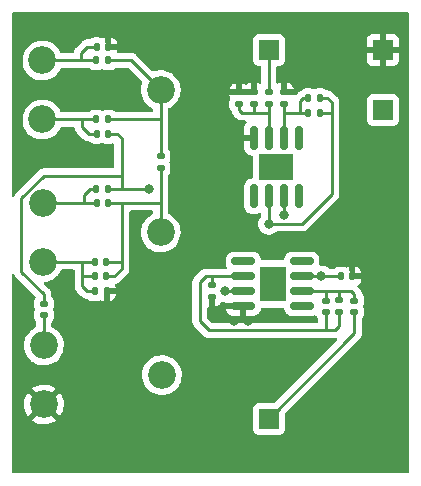
<source format=gtl>
G04 #@! TF.GenerationSoftware,KiCad,Pcbnew,6.0.2-378541a8eb~116~ubuntu21.10.1*
G04 #@! TF.CreationDate,2022-03-03T13:54:26+01:00*
G04 #@! TF.ProjectId,test,74657374-2e6b-4696-9361-645f70636258,rev?*
G04 #@! TF.SameCoordinates,Original*
G04 #@! TF.FileFunction,Copper,L1,Top*
G04 #@! TF.FilePolarity,Positive*
%FSLAX46Y46*%
G04 Gerber Fmt 4.6, Leading zero omitted, Abs format (unit mm)*
G04 Created by KiCad (PCBNEW 6.0.2-378541a8eb~116~ubuntu21.10.1) date 2022-03-03 13:54:26*
%MOMM*%
%LPD*%
G01*
G04 APERTURE LIST*
G04 Aperture macros list*
%AMRoundRect*
0 Rectangle with rounded corners*
0 $1 Rounding radius*
0 $2 $3 $4 $5 $6 $7 $8 $9 X,Y pos of 4 corners*
0 Add a 4 corners polygon primitive as box body*
4,1,4,$2,$3,$4,$5,$6,$7,$8,$9,$2,$3,0*
0 Add four circle primitives for the rounded corners*
1,1,$1+$1,$2,$3*
1,1,$1+$1,$4,$5*
1,1,$1+$1,$6,$7*
1,1,$1+$1,$8,$9*
0 Add four rect primitives between the rounded corners*
20,1,$1+$1,$2,$3,$4,$5,0*
20,1,$1+$1,$4,$5,$6,$7,0*
20,1,$1+$1,$6,$7,$8,$9,0*
20,1,$1+$1,$8,$9,$2,$3,0*%
G04 Aperture macros list end*
G04 #@! TA.AperFunction,SMDPad,CuDef*
%ADD10RoundRect,0.135000X0.185000X-0.135000X0.185000X0.135000X-0.185000X0.135000X-0.185000X-0.135000X0*%
G04 #@! TD*
G04 #@! TA.AperFunction,SMDPad,CuDef*
%ADD11RoundRect,0.135000X0.135000X0.185000X-0.135000X0.185000X-0.135000X-0.185000X0.135000X-0.185000X0*%
G04 #@! TD*
G04 #@! TA.AperFunction,SMDPad,CuDef*
%ADD12RoundRect,0.135000X-0.185000X0.135000X-0.185000X-0.135000X0.185000X-0.135000X0.185000X0.135000X0*%
G04 #@! TD*
G04 #@! TA.AperFunction,SMDPad,CuDef*
%ADD13RoundRect,0.140000X0.170000X-0.140000X0.170000X0.140000X-0.170000X0.140000X-0.170000X-0.140000X0*%
G04 #@! TD*
G04 #@! TA.AperFunction,ComponentPad*
%ADD14R,1.700000X1.700000*%
G04 #@! TD*
G04 #@! TA.AperFunction,SMDPad,CuDef*
%ADD15RoundRect,0.140000X-0.170000X0.140000X-0.170000X-0.140000X0.170000X-0.140000X0.170000X0.140000X0*%
G04 #@! TD*
G04 #@! TA.AperFunction,SMDPad,CuDef*
%ADD16RoundRect,0.140000X-0.140000X-0.170000X0.140000X-0.170000X0.140000X0.170000X-0.140000X0.170000X0*%
G04 #@! TD*
G04 #@! TA.AperFunction,SMDPad,CuDef*
%ADD17RoundRect,0.140000X0.140000X0.170000X-0.140000X0.170000X-0.140000X-0.170000X0.140000X-0.170000X0*%
G04 #@! TD*
G04 #@! TA.AperFunction,SMDPad,CuDef*
%ADD18RoundRect,0.135000X-0.135000X-0.185000X0.135000X-0.185000X0.135000X0.185000X-0.135000X0.185000X0*%
G04 #@! TD*
G04 #@! TA.AperFunction,SMDPad,CuDef*
%ADD19RoundRect,0.150000X-0.825000X-0.150000X0.825000X-0.150000X0.825000X0.150000X-0.825000X0.150000X0*%
G04 #@! TD*
G04 #@! TA.AperFunction,SMDPad,CuDef*
%ADD20R,2.290000X3.000000*%
G04 #@! TD*
G04 #@! TA.AperFunction,SMDPad,CuDef*
%ADD21RoundRect,0.150000X-0.150000X0.825000X-0.150000X-0.825000X0.150000X-0.825000X0.150000X0.825000X0*%
G04 #@! TD*
G04 #@! TA.AperFunction,SMDPad,CuDef*
%ADD22R,3.000000X2.290000*%
G04 #@! TD*
G04 #@! TA.AperFunction,ComponentPad*
%ADD23C,2.340000*%
G04 #@! TD*
G04 #@! TA.AperFunction,ViaPad*
%ADD24C,0.800000*%
G04 #@! TD*
G04 #@! TA.AperFunction,Conductor*
%ADD25C,0.250000*%
G04 #@! TD*
G04 APERTURE END LIST*
D10*
G04 #@! TO.P,R9,1*
G04 #@! TO.N,GND*
X132334000Y-101475000D03*
G04 #@! TO.P,R9,2*
G04 #@! TO.N,Net-(C10-Pad1)*
X132334000Y-100455000D03*
G04 #@! TD*
D11*
G04 #@! TO.P,R7,1*
G04 #@! TO.N,Net-(R6-Pad2)*
X123557000Y-86407000D03*
G04 #@! TO.P,R7,2*
G04 #@! TO.N,Net-(C7-Pad1)*
X122537000Y-86407000D03*
G04 #@! TD*
D12*
G04 #@! TO.P,R2,1*
G04 #@! TO.N,GND*
X138430000Y-84072000D03*
G04 #@! TO.P,R2,2*
G04 #@! TO.N,Net-(C3-Pad1)*
X138430000Y-85092000D03*
G04 #@! TD*
D13*
G04 #@! TO.P,C10,1*
G04 #@! TO.N,Net-(C10-Pad1)*
X141986000Y-102715000D03*
G04 #@! TO.P,C10,2*
G04 #@! TO.N,Net-(C10-Pad2)*
X141986000Y-101755000D03*
G04 #@! TD*
D10*
G04 #@! TO.P,R1,1*
G04 #@! TO.N,Net-(C1-Pad2)*
X135890000Y-85092000D03*
G04 #@! TO.P,R1,2*
G04 #@! TO.N,GND*
X135890000Y-84072000D03*
G04 #@! TD*
D14*
G04 #@! TO.P,OUT1,1,Pin_1*
G04 #@! TO.N,Net-(OUT1-Pad1)*
X137160000Y-111760000D03*
G04 #@! TD*
D13*
G04 #@! TO.P,C2,1*
G04 #@! TO.N,Net-(C1-Pad2)*
X134620000Y-85062000D03*
G04 #@! TO.P,C2,2*
G04 #@! TO.N,GND*
X134620000Y-84102000D03*
G04 #@! TD*
D15*
G04 #@! TO.P,C1,1*
G04 #@! TO.N,Net-(IN1-Pad1)*
X137160000Y-84102000D03*
G04 #@! TO.P,C1,2*
G04 #@! TO.N,Net-(C1-Pad2)*
X137160000Y-85062000D03*
G04 #@! TD*
D13*
G04 #@! TO.P,C9,1*
G04 #@! TO.N,Net-(C9-Pad1)*
X118110000Y-102969000D03*
G04 #@! TO.P,C9,2*
G04 #@! TO.N,Net-(C3-Pad2)*
X118110000Y-102009000D03*
G04 #@! TD*
D11*
G04 #@! TO.P,R8,1*
G04 #@! TO.N,Net-(R6-Pad2)*
X123557000Y-81407000D03*
G04 #@! TO.P,R8,2*
G04 #@! TO.N,Net-(R8-Pad2)*
X122537000Y-81407000D03*
G04 #@! TD*
D16*
G04 #@! TO.P,C5,1*
G04 #@! TO.N,Net-(C5-Pad1)*
X122440000Y-98472000D03*
G04 #@! TO.P,C5,2*
G04 #@! TO.N,Net-(C4-Pad2)*
X123400000Y-98472000D03*
G04 #@! TD*
D17*
G04 #@! TO.P,C8,1*
G04 #@! TO.N,GND*
X123527000Y-80264000D03*
G04 #@! TO.P,C8,2*
G04 #@! TO.N,Net-(R8-Pad2)*
X122567000Y-80264000D03*
G04 #@! TD*
D11*
G04 #@! TO.P,R5,1*
G04 #@! TO.N,GND*
X123430000Y-100965000D03*
G04 #@! TO.P,R5,2*
G04 #@! TO.N,Net-(C5-Pad1)*
X122410000Y-100965000D03*
G04 #@! TD*
D18*
G04 #@! TO.P,R3,1*
G04 #@! TO.N,Net-(C3-Pad1)*
X140460000Y-85852000D03*
G04 #@! TO.P,R3,2*
G04 #@! TO.N,Net-(C3-Pad2)*
X141480000Y-85852000D03*
G04 #@! TD*
D10*
G04 #@! TO.P,R6,1*
G04 #@! TO.N,Net-(C4-Pad2)*
X128000000Y-90553000D03*
G04 #@! TO.P,R6,2*
G04 #@! TO.N,Net-(R6-Pad2)*
X128000000Y-89533000D03*
G04 #@! TD*
D18*
G04 #@! TO.P,R4,1*
G04 #@! TO.N,Net-(C4-Pad1)*
X122537000Y-92329000D03*
G04 #@! TO.P,R4,2*
G04 #@! TO.N,Net-(C3-Pad2)*
X123557000Y-92329000D03*
G04 #@! TD*
D17*
G04 #@! TO.P,C12,1*
G04 #@! TO.N,GND*
X144216000Y-99695000D03*
G04 #@! TO.P,C12,2*
G04 #@! TO.N,Net-(5V1-Pad1)*
X143256000Y-99695000D03*
G04 #@! TD*
D16*
G04 #@! TO.P,C4,1*
G04 #@! TO.N,Net-(C4-Pad1)*
X122567000Y-93472000D03*
G04 #@! TO.P,C4,2*
G04 #@! TO.N,Net-(C4-Pad2)*
X123527000Y-93472000D03*
G04 #@! TD*
G04 #@! TO.P,C3,1*
G04 #@! TO.N,Net-(C3-Pad1)*
X140490000Y-84582000D03*
G04 #@! TO.P,C3,2*
G04 #@! TO.N,Net-(C3-Pad2)*
X141450000Y-84582000D03*
G04 #@! TD*
D14*
G04 #@! TO.P,GND1,1,Pin_1*
G04 #@! TO.N,GND*
X146812000Y-80518000D03*
G04 #@! TD*
D10*
G04 #@! TO.P,R10,1*
G04 #@! TO.N,Net-(C10-Pad1)*
X143129000Y-102745000D03*
G04 #@! TO.P,R10,2*
G04 #@! TO.N,Net-(C10-Pad2)*
X143129000Y-101725000D03*
G04 #@! TD*
D14*
G04 #@! TO.P,5V1,1,Pin_1*
G04 #@! TO.N,Net-(5V1-Pad1)*
X146812000Y-85598000D03*
G04 #@! TD*
D15*
G04 #@! TO.P,C11,1*
G04 #@! TO.N,Net-(C10-Pad2)*
X144399000Y-101755000D03*
G04 #@! TO.P,C11,2*
G04 #@! TO.N,Net-(OUT1-Pad1)*
X144399000Y-102715000D03*
G04 #@! TD*
D16*
G04 #@! TO.P,C6,1*
G04 #@! TO.N,Net-(C5-Pad1)*
X122440000Y-99695000D03*
G04 #@! TO.P,C6,2*
G04 #@! TO.N,Net-(C4-Pad2)*
X123400000Y-99695000D03*
G04 #@! TD*
D14*
G04 #@! TO.P,IN1,1,Pin_1*
G04 #@! TO.N,Net-(IN1-Pad1)*
X137160000Y-80518000D03*
G04 #@! TD*
D19*
G04 #@! TO.P,U2,1,NULL*
G04 #@! TO.N,unconnected-(U2-Pad1)*
X135004000Y-98425000D03*
G04 #@! TO.P,U2,2,-*
G04 #@! TO.N,Net-(C10-Pad1)*
X135004000Y-99695000D03*
G04 #@! TO.P,U2,3,+*
G04 #@! TO.N,Net-(RV3-Pad2)*
X135004000Y-100965000D03*
G04 #@! TO.P,U2,4,V-*
G04 #@! TO.N,GND*
X135004000Y-102235000D03*
G04 #@! TO.P,U2,5,NULL*
G04 #@! TO.N,unconnected-(U2-Pad5)*
X139954000Y-102235000D03*
G04 #@! TO.P,U2,6*
G04 #@! TO.N,Net-(C10-Pad2)*
X139954000Y-100965000D03*
G04 #@! TO.P,U2,7,V+*
G04 #@! TO.N,Net-(5V1-Pad1)*
X139954000Y-99695000D03*
G04 #@! TO.P,U2,8,NC*
G04 #@! TO.N,unconnected-(U2-Pad8)*
X139954000Y-98425000D03*
D20*
G04 #@! TO.P,U2,9*
G04 #@! TO.N,N/C*
X137479000Y-100330000D03*
G04 #@! TD*
D21*
G04 #@! TO.P,U1,1,NULL*
G04 #@! TO.N,unconnected-(U1-Pad1)*
X139700000Y-87949000D03*
G04 #@! TO.P,U1,2,-*
G04 #@! TO.N,Net-(C3-Pad1)*
X138430000Y-87949000D03*
G04 #@! TO.P,U1,3,+*
G04 #@! TO.N,Net-(C1-Pad2)*
X137160000Y-87949000D03*
G04 #@! TO.P,U1,4,V-*
G04 #@! TO.N,GND*
X135890000Y-87949000D03*
G04 #@! TO.P,U1,5,NULL*
G04 #@! TO.N,unconnected-(U1-Pad5)*
X135890000Y-92899000D03*
G04 #@! TO.P,U1,6*
G04 #@! TO.N,Net-(C3-Pad2)*
X137160000Y-92899000D03*
G04 #@! TO.P,U1,7,V+*
G04 #@! TO.N,Net-(5V1-Pad1)*
X138430000Y-92899000D03*
G04 #@! TO.P,U1,8,NC*
G04 #@! TO.N,unconnected-(U1-Pad8)*
X139700000Y-92899000D03*
D22*
G04 #@! TO.P,U1,9*
G04 #@! TO.N,N/C*
X137795000Y-90424000D03*
G04 #@! TD*
D16*
G04 #@! TO.P,C7,1*
G04 #@! TO.N,Net-(C7-Pad1)*
X122567000Y-87630000D03*
G04 #@! TO.P,C7,2*
G04 #@! TO.N,Net-(C3-Pad2)*
X123527000Y-87630000D03*
G04 #@! TD*
D23*
G04 #@! TO.P,RV2,1,1*
G04 #@! TO.N,Net-(R8-Pad2)*
X117983000Y-81407000D03*
G04 #@! TO.P,RV2,2,2*
G04 #@! TO.N,Net-(R6-Pad2)*
X128000000Y-83907000D03*
G04 #@! TO.P,RV2,3,3*
G04 #@! TO.N,Net-(C7-Pad1)*
X117983000Y-86407000D03*
G04 #@! TD*
G04 #@! TO.P,RV3,1,1*
G04 #@! TO.N,Net-(C9-Pad1)*
X118110000Y-105537000D03*
G04 #@! TO.P,RV3,2,2*
G04 #@! TO.N,Net-(RV3-Pad2)*
X128110000Y-108037000D03*
G04 #@! TO.P,RV3,3,3*
G04 #@! TO.N,GND*
X118110000Y-110537000D03*
G04 #@! TD*
G04 #@! TO.P,RV1,1,1*
G04 #@! TO.N,Net-(C4-Pad1)*
X118000000Y-93472000D03*
G04 #@! TO.P,RV1,2,2*
G04 #@! TO.N,Net-(C4-Pad2)*
X128000000Y-95972000D03*
G04 #@! TO.P,RV1,3,3*
G04 #@! TO.N,Net-(C5-Pad1)*
X118000000Y-98472000D03*
G04 #@! TD*
D24*
G04 #@! TO.N,Net-(5V1-Pad1)*
X138430000Y-94488000D03*
X141605000Y-99695000D03*
G04 #@! TO.N,GND*
X134239000Y-103505000D03*
X135382000Y-103505000D03*
G04 #@! TO.N,Net-(C3-Pad2)*
X137160000Y-95250000D03*
X127000000Y-92329000D03*
G04 #@! TO.N,Net-(RV3-Pad2)*
X133477000Y-100965000D03*
G04 #@! TD*
D25*
G04 #@! TO.N,Net-(5V1-Pad1)*
X139954000Y-99695000D02*
X141605000Y-99695000D01*
X143256000Y-99695000D02*
X141605000Y-99695000D01*
X138430000Y-92899000D02*
X138430000Y-94488000D01*
G04 #@! TO.N,Net-(IN1-Pad1)*
X137160000Y-80518000D02*
X137160000Y-84102000D01*
G04 #@! TO.N,Net-(C1-Pad2)*
X134620000Y-85598000D02*
X134874000Y-85852000D01*
X134874000Y-85852000D02*
X135890000Y-85852000D01*
X137160000Y-87949000D02*
X137160000Y-85852000D01*
X137160000Y-85852000D02*
X137160000Y-85062000D01*
X134620000Y-85062000D02*
X134620000Y-85598000D01*
X135890000Y-85852000D02*
X135890000Y-85092000D01*
X135890000Y-85852000D02*
X137160000Y-85852000D01*
G04 #@! TO.N,Net-(C3-Pad1)*
X138430000Y-87949000D02*
X138430000Y-85852000D01*
X140081000Y-84582000D02*
X139827000Y-84836000D01*
X138430000Y-85852000D02*
X138430000Y-85092000D01*
X140460000Y-85852000D02*
X139827000Y-85852000D01*
X139827000Y-84836000D02*
X139827000Y-85852000D01*
X139827000Y-85852000D02*
X138430000Y-85852000D01*
X140490000Y-84582000D02*
X140081000Y-84582000D01*
G04 #@! TO.N,Net-(C3-Pad2)*
X124714000Y-88011000D02*
X124333000Y-87630000D01*
X118110000Y-102009000D02*
X118110000Y-101219000D01*
X142494000Y-84963000D02*
X142113000Y-84582000D01*
X142494000Y-92710000D02*
X142494000Y-85852000D01*
X142113000Y-84582000D02*
X141450000Y-84582000D01*
X123557000Y-92329000D02*
X124714000Y-92329000D01*
X118110000Y-91186000D02*
X124714000Y-91186000D01*
X141480000Y-85852000D02*
X142494000Y-85852000D01*
X124714000Y-91186000D02*
X124714000Y-88011000D01*
X137160000Y-95250000D02*
X139954000Y-95250000D01*
X124714000Y-92329000D02*
X127000000Y-92329000D01*
X116205000Y-93091000D02*
X118110000Y-91186000D01*
X137160000Y-95250000D02*
X137160000Y-92899000D01*
X139954000Y-95250000D02*
X142494000Y-92710000D01*
X124333000Y-87630000D02*
X123527000Y-87630000D01*
X142494000Y-85852000D02*
X142494000Y-84963000D01*
X124714000Y-92329000D02*
X124714000Y-91186000D01*
X118110000Y-101219000D02*
X116205000Y-99314000D01*
X116205000Y-99314000D02*
X116205000Y-93091000D01*
G04 #@! TO.N,Net-(C4-Pad1)*
X118000000Y-93472000D02*
X121539000Y-93472000D01*
X122537000Y-92329000D02*
X122047000Y-92329000D01*
X121539000Y-92837000D02*
X121539000Y-93472000D01*
X122047000Y-92329000D02*
X121539000Y-92837000D01*
X121539000Y-93472000D02*
X122567000Y-93472000D01*
G04 #@! TO.N,Net-(C4-Pad2)*
X124714000Y-99060000D02*
X124714000Y-98425000D01*
X127984000Y-93472000D02*
X128000000Y-93456000D01*
X123400000Y-99695000D02*
X124079000Y-99695000D01*
X124714000Y-98425000D02*
X124714000Y-93472000D01*
X128000000Y-95972000D02*
X128000000Y-93456000D01*
X124667000Y-98472000D02*
X124714000Y-98425000D01*
X123527000Y-93472000D02*
X124714000Y-93472000D01*
X123400000Y-98472000D02*
X124667000Y-98472000D01*
X128000000Y-93456000D02*
X128000000Y-90553000D01*
X124714000Y-93472000D02*
X127984000Y-93472000D01*
X124079000Y-99695000D02*
X124714000Y-99060000D01*
G04 #@! TO.N,Net-(C5-Pad1)*
X118000000Y-98472000D02*
X121365000Y-98472000D01*
X122440000Y-99695000D02*
X121445000Y-99695000D01*
X121445000Y-99695000D02*
X121365000Y-99775000D01*
X121365000Y-98472000D02*
X122440000Y-98472000D01*
X121793000Y-100965000D02*
X121365000Y-100537000D01*
X122410000Y-100965000D02*
X121793000Y-100965000D01*
X121365000Y-99775000D02*
X121365000Y-98472000D01*
X121365000Y-100537000D02*
X121365000Y-99775000D01*
G04 #@! TO.N,Net-(C7-Pad1)*
X122537000Y-86407000D02*
X121332000Y-86407000D01*
X121332000Y-87042000D02*
X121332000Y-86407000D01*
X121332000Y-86407000D02*
X117983000Y-86407000D01*
X122567000Y-87630000D02*
X121920000Y-87630000D01*
X121920000Y-87630000D02*
X121332000Y-87042000D01*
G04 #@! TO.N,Net-(C9-Pad1)*
X118110000Y-105537000D02*
X118110000Y-102969000D01*
G04 #@! TO.N,Net-(C10-Pad1)*
X132080000Y-104267000D02*
X141986000Y-104267000D01*
X142748000Y-104267000D02*
X143129000Y-103886000D01*
X131318000Y-103505000D02*
X132080000Y-104267000D01*
X141986000Y-104267000D02*
X142748000Y-104267000D01*
X132334000Y-99695000D02*
X132461000Y-99695000D01*
X141986000Y-102715000D02*
X141986000Y-104267000D01*
X132461000Y-99695000D02*
X131826000Y-99695000D01*
X143129000Y-103886000D02*
X143129000Y-102745000D01*
X131318000Y-100203000D02*
X131318000Y-103505000D01*
X131826000Y-99695000D02*
X131318000Y-100203000D01*
X135004000Y-99695000D02*
X132461000Y-99695000D01*
X132334000Y-100455000D02*
X132334000Y-99695000D01*
G04 #@! TO.N,Net-(C10-Pad2)*
X141859000Y-100965000D02*
X143129000Y-100965000D01*
X141986000Y-101755000D02*
X141986000Y-100965000D01*
X144145000Y-100965000D02*
X144399000Y-101219000D01*
X143129000Y-100965000D02*
X143129000Y-101725000D01*
X141986000Y-100965000D02*
X141859000Y-100965000D01*
X143129000Y-100965000D02*
X144145000Y-100965000D01*
X139954000Y-100965000D02*
X141859000Y-100965000D01*
X144399000Y-101219000D02*
X144399000Y-101755000D01*
G04 #@! TO.N,Net-(OUT1-Pad1)*
X144399000Y-104521000D02*
X144399000Y-102715000D01*
X137160000Y-111760000D02*
X144399000Y-104521000D01*
G04 #@! TO.N,Net-(R6-Pad2)*
X123557000Y-81407000D02*
X125500000Y-81407000D01*
X125500000Y-81407000D02*
X128000000Y-83907000D01*
X128016000Y-83940000D02*
X127983000Y-83907000D01*
X128000000Y-86407000D02*
X123557000Y-86407000D01*
X128000000Y-89533000D02*
X128000000Y-83907000D01*
G04 #@! TO.N,Net-(RV3-Pad2)*
X133477000Y-100965000D02*
X135004000Y-100965000D01*
G04 #@! TO.N,Net-(R8-Pad2)*
X122537000Y-81407000D02*
X117983000Y-81407000D01*
X122567000Y-80264000D02*
X121793000Y-80264000D01*
X121793000Y-80264000D02*
X121285000Y-80772000D01*
X121285000Y-80772000D02*
X121285000Y-81407000D01*
G04 #@! TD*
G04 #@! TA.AperFunction,Conductor*
G04 #@! TO.N,GND*
G36*
X148988121Y-77368002D02*
G01*
X149034614Y-77421658D01*
X149046000Y-77474000D01*
X149046000Y-116206000D01*
X149025998Y-116274121D01*
X148972342Y-116320614D01*
X148920000Y-116332000D01*
X115494000Y-116332000D01*
X115425879Y-116311998D01*
X115379386Y-116258342D01*
X115368000Y-116206000D01*
X115368000Y-111888895D01*
X117122851Y-111888895D01*
X117131563Y-111900415D01*
X117214529Y-111961249D01*
X117222444Y-111966194D01*
X117434873Y-112077959D01*
X117443447Y-112081687D01*
X117670067Y-112160826D01*
X117679077Y-112163240D01*
X117914923Y-112208017D01*
X117924180Y-112209071D01*
X118164058Y-112218497D01*
X118173372Y-112218171D01*
X118411996Y-112192038D01*
X118421173Y-112190337D01*
X118653312Y-112129220D01*
X118662132Y-112126183D01*
X118882693Y-112031423D01*
X118890965Y-112027116D01*
X119094026Y-111901458D01*
X119100751Y-111891253D01*
X119094688Y-111880899D01*
X118122810Y-110909020D01*
X118108869Y-110901408D01*
X118107034Y-110901539D01*
X118100420Y-110905790D01*
X117129509Y-111876702D01*
X117122851Y-111888895D01*
X115368000Y-111888895D01*
X115368000Y-110497624D01*
X116428096Y-110497624D01*
X116439614Y-110737398D01*
X116440751Y-110746658D01*
X116487581Y-110982095D01*
X116490075Y-110991088D01*
X116571189Y-111217009D01*
X116574989Y-111225544D01*
X116688607Y-111436996D01*
X116693618Y-111444863D01*
X116746609Y-111515826D01*
X116757867Y-111524275D01*
X116770286Y-111517503D01*
X117737980Y-110549810D01*
X117744357Y-110538131D01*
X118474408Y-110538131D01*
X118474539Y-110539966D01*
X118478790Y-110546580D01*
X119452024Y-111519813D01*
X119464404Y-111526573D01*
X119472745Y-111520330D01*
X119586265Y-111343843D01*
X119590708Y-111335659D01*
X119689304Y-111116783D01*
X119692494Y-111108018D01*
X119757654Y-110876981D01*
X119759514Y-110867839D01*
X119790001Y-110628196D01*
X119790482Y-110621909D01*
X119792622Y-110540160D01*
X119792471Y-110533851D01*
X119774568Y-110292932D01*
X119773191Y-110283726D01*
X119720210Y-110049582D01*
X119717486Y-110040671D01*
X119630478Y-109816930D01*
X119626467Y-109808521D01*
X119507347Y-109600105D01*
X119502130Y-109592370D01*
X119474425Y-109557227D01*
X119462501Y-109548758D01*
X119450965Y-109555246D01*
X118482020Y-110524190D01*
X118474408Y-110538131D01*
X117744357Y-110538131D01*
X117745592Y-110535869D01*
X117745461Y-110534034D01*
X117741210Y-110527420D01*
X116768131Y-109554342D01*
X116754823Y-109547075D01*
X116744786Y-109554195D01*
X116743076Y-109556251D01*
X116737655Y-109563851D01*
X116613127Y-109769067D01*
X116608889Y-109777384D01*
X116516060Y-109998755D01*
X116513099Y-110007605D01*
X116454011Y-110240264D01*
X116452390Y-110249458D01*
X116428341Y-110488297D01*
X116428096Y-110497624D01*
X115368000Y-110497624D01*
X115368000Y-109183585D01*
X117120999Y-109183585D01*
X117125572Y-109193361D01*
X118097190Y-110164980D01*
X118111131Y-110172592D01*
X118112966Y-110172461D01*
X118119580Y-110168210D01*
X119090929Y-109196860D01*
X119097313Y-109185169D01*
X119087903Y-109173061D01*
X118967873Y-109089793D01*
X118959846Y-109085065D01*
X118744540Y-108978888D01*
X118735907Y-108975400D01*
X118507265Y-108902211D01*
X118498214Y-108900038D01*
X118261269Y-108861449D01*
X118251980Y-108860637D01*
X118011950Y-108857495D01*
X118002638Y-108858065D01*
X117764776Y-108890436D01*
X117755658Y-108892374D01*
X117525203Y-108959546D01*
X117516450Y-108962818D01*
X117298454Y-109063316D01*
X117290299Y-109067836D01*
X117130136Y-109172844D01*
X117120999Y-109183585D01*
X115368000Y-109183585D01*
X115368000Y-107992939D01*
X126427370Y-107992939D01*
X126439339Y-108242131D01*
X126488010Y-108486818D01*
X126572314Y-108721622D01*
X126690398Y-108941386D01*
X126693193Y-108945130D01*
X126693195Y-108945132D01*
X126706402Y-108962818D01*
X126839668Y-109141283D01*
X127016844Y-109316921D01*
X127020606Y-109319679D01*
X127020609Y-109319682D01*
X127210265Y-109458742D01*
X127218036Y-109464440D01*
X127222171Y-109466616D01*
X127222175Y-109466618D01*
X127338009Y-109527561D01*
X127438823Y-109580602D01*
X127674354Y-109662853D01*
X127678947Y-109663725D01*
X127914867Y-109708516D01*
X127914870Y-109708516D01*
X127919456Y-109709387D01*
X128044100Y-109714285D01*
X128164075Y-109718999D01*
X128164081Y-109718999D01*
X128168743Y-109719182D01*
X128266134Y-109708516D01*
X128412087Y-109692532D01*
X128412092Y-109692531D01*
X128416740Y-109692022D01*
X128421264Y-109690831D01*
X128653476Y-109629694D01*
X128653478Y-109629693D01*
X128657999Y-109628503D01*
X128662296Y-109626657D01*
X128882924Y-109531868D01*
X128882926Y-109531867D01*
X128887218Y-109530023D01*
X128997667Y-109461675D01*
X129095391Y-109401202D01*
X129095395Y-109401199D01*
X129099364Y-109398743D01*
X129289775Y-109237548D01*
X129335710Y-109185169D01*
X129451187Y-109053494D01*
X129451191Y-109053489D01*
X129454269Y-109049979D01*
X129512438Y-108959546D01*
X129556890Y-108890436D01*
X129589231Y-108840157D01*
X129691697Y-108612691D01*
X129692967Y-108608188D01*
X129758146Y-108377082D01*
X129758147Y-108377079D01*
X129759416Y-108372578D01*
X129790900Y-108125092D01*
X129793207Y-108037000D01*
X129774718Y-107788206D01*
X129719659Y-107544878D01*
X129717966Y-107540524D01*
X129630931Y-107316714D01*
X129630930Y-107316712D01*
X129629238Y-107312361D01*
X129505442Y-107095763D01*
X129350990Y-106899842D01*
X129169276Y-106728902D01*
X129037585Y-106637545D01*
X128968130Y-106589362D01*
X128968125Y-106589359D01*
X128964292Y-106586700D01*
X128960110Y-106584637D01*
X128960102Y-106584633D01*
X128744728Y-106478423D01*
X128744725Y-106478422D01*
X128740540Y-106476358D01*
X128502937Y-106400300D01*
X128498330Y-106399550D01*
X128498327Y-106399549D01*
X128261312Y-106360949D01*
X128261313Y-106360949D01*
X128256701Y-106360198D01*
X128135753Y-106358615D01*
X128011920Y-106356994D01*
X128011917Y-106356994D01*
X128007243Y-106356933D01*
X127760042Y-106390575D01*
X127755556Y-106391883D01*
X127755554Y-106391883D01*
X127726677Y-106400300D01*
X127520528Y-106460387D01*
X127293965Y-106564834D01*
X127290056Y-106567397D01*
X127089242Y-106699056D01*
X127089237Y-106699060D01*
X127085329Y-106701622D01*
X126899202Y-106867746D01*
X126739675Y-107059557D01*
X126610252Y-107272840D01*
X126513775Y-107502911D01*
X126512624Y-107507443D01*
X126512623Y-107507446D01*
X126503117Y-107544878D01*
X126452365Y-107744714D01*
X126427370Y-107992939D01*
X115368000Y-107992939D01*
X115368000Y-99589028D01*
X115388002Y-99520907D01*
X115441658Y-99474414D01*
X115511932Y-99464310D01*
X115576512Y-99493804D01*
X115614997Y-99553876D01*
X115618982Y-99567593D01*
X115623015Y-99574412D01*
X115623017Y-99574417D01*
X115629293Y-99585028D01*
X115637988Y-99602776D01*
X115645448Y-99621617D01*
X115650110Y-99628033D01*
X115650110Y-99628034D01*
X115671436Y-99657387D01*
X115677952Y-99667307D01*
X115681052Y-99672548D01*
X115700458Y-99705362D01*
X115714779Y-99719683D01*
X115727619Y-99734716D01*
X115739528Y-99751107D01*
X115745634Y-99756158D01*
X115773605Y-99779298D01*
X115782384Y-99787288D01*
X117369250Y-101374155D01*
X117403276Y-101436467D01*
X117398211Y-101507283D01*
X117388608Y-101527389D01*
X117344144Y-101602574D01*
X117344142Y-101602578D01*
X117340106Y-101609403D01*
X117294394Y-101766746D01*
X117293890Y-101773151D01*
X117293889Y-101773156D01*
X117292288Y-101793499D01*
X117291500Y-101803516D01*
X117291500Y-102214484D01*
X117291693Y-102216932D01*
X117291693Y-102216940D01*
X117293243Y-102236626D01*
X117294394Y-102251254D01*
X117340106Y-102408597D01*
X117344141Y-102415420D01*
X117344142Y-102415422D01*
X117349725Y-102424863D01*
X117367183Y-102493680D01*
X117349725Y-102553137D01*
X117344142Y-102562578D01*
X117340106Y-102569403D01*
X117294394Y-102726746D01*
X117291500Y-102763516D01*
X117291500Y-103174484D01*
X117294394Y-103211254D01*
X117340106Y-103368597D01*
X117423512Y-103509629D01*
X117439595Y-103525712D01*
X117473621Y-103588024D01*
X117476500Y-103614807D01*
X117476500Y-103900026D01*
X117456498Y-103968147D01*
X117403252Y-104014452D01*
X117293965Y-104064834D01*
X117290056Y-104067397D01*
X117089242Y-104199056D01*
X117089237Y-104199060D01*
X117085329Y-104201622D01*
X117048069Y-104234878D01*
X116944961Y-104326905D01*
X116899202Y-104367746D01*
X116739675Y-104559557D01*
X116610252Y-104772840D01*
X116608443Y-104777154D01*
X116608442Y-104777156D01*
X116530365Y-104963349D01*
X116513775Y-105002911D01*
X116512624Y-105007443D01*
X116512623Y-105007446D01*
X116503117Y-105044878D01*
X116452365Y-105244714D01*
X116427370Y-105492939D01*
X116439339Y-105742131D01*
X116488010Y-105986818D01*
X116572314Y-106221622D01*
X116690398Y-106441386D01*
X116693193Y-106445130D01*
X116693195Y-106445132D01*
X116706051Y-106462348D01*
X116839668Y-106641283D01*
X117016844Y-106816921D01*
X117020606Y-106819679D01*
X117020609Y-106819682D01*
X117134937Y-106903510D01*
X117218036Y-106964440D01*
X117222171Y-106966616D01*
X117222175Y-106966618D01*
X117338009Y-107027561D01*
X117438823Y-107080602D01*
X117674354Y-107162853D01*
X117678947Y-107163725D01*
X117914867Y-107208516D01*
X117914870Y-107208516D01*
X117919456Y-107209387D01*
X118044099Y-107214284D01*
X118164075Y-107218999D01*
X118164081Y-107218999D01*
X118168743Y-107219182D01*
X118266134Y-107208516D01*
X118412087Y-107192532D01*
X118412092Y-107192531D01*
X118416740Y-107192022D01*
X118421264Y-107190831D01*
X118653476Y-107129694D01*
X118653478Y-107129693D01*
X118657999Y-107128503D01*
X118662296Y-107126657D01*
X118882924Y-107031868D01*
X118882926Y-107031867D01*
X118887218Y-107030023D01*
X119091661Y-106903510D01*
X119095391Y-106901202D01*
X119095395Y-106901199D01*
X119099364Y-106898743D01*
X119289775Y-106737548D01*
X119371316Y-106644569D01*
X119451187Y-106553494D01*
X119451191Y-106553489D01*
X119454269Y-106549979D01*
X119511897Y-106460387D01*
X119586703Y-106344087D01*
X119589231Y-106340157D01*
X119691697Y-106112691D01*
X119692967Y-106108188D01*
X119758146Y-105877082D01*
X119758147Y-105877079D01*
X119759416Y-105872578D01*
X119790900Y-105625092D01*
X119793207Y-105537000D01*
X119774718Y-105288206D01*
X119719659Y-105044878D01*
X119707262Y-105013000D01*
X119630931Y-104816714D01*
X119630930Y-104816712D01*
X119629238Y-104812361D01*
X119625296Y-104805463D01*
X119539571Y-104655476D01*
X119505442Y-104595763D01*
X119350990Y-104399842D01*
X119169276Y-104228902D01*
X119013822Y-104121060D01*
X118968130Y-104089362D01*
X118968125Y-104089359D01*
X118964292Y-104086700D01*
X118862857Y-104036678D01*
X118813772Y-104012472D01*
X118761523Y-103964404D01*
X118743500Y-103899466D01*
X118743500Y-103614807D01*
X118763502Y-103546686D01*
X118780405Y-103525712D01*
X118796488Y-103509629D01*
X118879894Y-103368597D01*
X118925606Y-103211254D01*
X118928500Y-103174484D01*
X118928500Y-102763516D01*
X118925606Y-102726746D01*
X118879894Y-102569403D01*
X118875858Y-102562578D01*
X118870275Y-102553137D01*
X118852817Y-102484320D01*
X118870275Y-102424863D01*
X118875858Y-102415422D01*
X118875859Y-102415420D01*
X118879894Y-102408597D01*
X118925606Y-102251254D01*
X118926758Y-102236626D01*
X118928307Y-102216940D01*
X118928307Y-102216932D01*
X118928500Y-102214484D01*
X118928500Y-101803516D01*
X118927712Y-101793499D01*
X118926111Y-101773156D01*
X118926110Y-101773151D01*
X118925606Y-101766746D01*
X118879894Y-101609403D01*
X118875504Y-101601979D01*
X118800522Y-101475192D01*
X118796488Y-101468371D01*
X118780405Y-101452288D01*
X118746379Y-101389976D01*
X118743500Y-101363193D01*
X118743500Y-101297767D01*
X118744027Y-101286584D01*
X118745702Y-101279091D01*
X118745026Y-101257564D01*
X118743562Y-101211001D01*
X118743500Y-101207043D01*
X118743500Y-101179144D01*
X118742996Y-101175153D01*
X118742063Y-101163311D01*
X118740923Y-101127036D01*
X118740674Y-101119111D01*
X118738462Y-101111497D01*
X118738461Y-101111492D01*
X118735023Y-101099659D01*
X118731012Y-101080295D01*
X118729467Y-101068064D01*
X118729467Y-101068063D01*
X118728474Y-101060203D01*
X118725556Y-101052832D01*
X118725556Y-101052831D01*
X118712198Y-101019092D01*
X118708354Y-101007865D01*
X118700013Y-100979158D01*
X118696018Y-100965407D01*
X118685707Y-100947972D01*
X118677012Y-100930224D01*
X118669552Y-100911383D01*
X118643564Y-100875613D01*
X118637048Y-100865693D01*
X118618580Y-100834465D01*
X118618578Y-100834462D01*
X118614542Y-100827638D01*
X118600221Y-100813317D01*
X118587380Y-100798283D01*
X118580131Y-100788306D01*
X118575472Y-100781893D01*
X118541395Y-100753702D01*
X118532616Y-100745712D01*
X118138448Y-100351544D01*
X118104422Y-100289232D01*
X118109487Y-100218417D01*
X118152034Y-100161581D01*
X118213825Y-100137198D01*
X118238633Y-100134481D01*
X118306740Y-100127022D01*
X118315951Y-100124597D01*
X118543476Y-100064694D01*
X118543478Y-100064693D01*
X118547999Y-100063503D01*
X118752562Y-99975616D01*
X118772924Y-99966868D01*
X118772926Y-99966867D01*
X118777218Y-99965023D01*
X118928028Y-99871699D01*
X118985391Y-99836202D01*
X118985395Y-99836199D01*
X118989364Y-99833743D01*
X119082446Y-99754943D01*
X119176209Y-99675567D01*
X119176210Y-99675566D01*
X119179775Y-99672548D01*
X119265834Y-99574417D01*
X119341187Y-99488494D01*
X119341191Y-99488489D01*
X119344269Y-99484979D01*
X119352692Y-99471885D01*
X119476703Y-99279087D01*
X119479231Y-99275157D01*
X119484441Y-99263593D01*
X119522209Y-99179750D01*
X119568424Y-99125855D01*
X119637091Y-99105500D01*
X120605500Y-99105500D01*
X120673621Y-99125502D01*
X120720114Y-99179158D01*
X120731500Y-99231500D01*
X120731500Y-99715224D01*
X120729949Y-99734934D01*
X120726780Y-99754943D01*
X120727526Y-99762835D01*
X120730941Y-99798961D01*
X120731500Y-99810819D01*
X120731500Y-100458233D01*
X120730973Y-100469416D01*
X120729298Y-100476909D01*
X120729547Y-100484835D01*
X120729547Y-100484836D01*
X120731438Y-100544986D01*
X120731500Y-100548945D01*
X120731500Y-100576856D01*
X120731997Y-100580790D01*
X120731997Y-100580791D01*
X120732005Y-100580856D01*
X120732938Y-100592693D01*
X120734327Y-100636889D01*
X120739978Y-100656339D01*
X120743987Y-100675700D01*
X120746526Y-100695797D01*
X120749445Y-100703168D01*
X120749445Y-100703170D01*
X120762804Y-100736912D01*
X120766649Y-100748142D01*
X120767168Y-100749928D01*
X120778982Y-100790593D01*
X120783015Y-100797412D01*
X120783017Y-100797417D01*
X120789293Y-100808028D01*
X120797988Y-100825776D01*
X120805448Y-100844617D01*
X120810110Y-100851033D01*
X120810110Y-100851034D01*
X120831436Y-100880387D01*
X120837952Y-100890307D01*
X120854776Y-100918754D01*
X120860458Y-100928362D01*
X120874779Y-100942683D01*
X120887619Y-100957716D01*
X120899528Y-100974107D01*
X120905634Y-100979158D01*
X120933605Y-101002298D01*
X120942384Y-101010288D01*
X121289343Y-101357247D01*
X121296887Y-101365537D01*
X121301000Y-101372018D01*
X121306777Y-101377443D01*
X121350667Y-101418658D01*
X121353509Y-101421413D01*
X121373230Y-101441134D01*
X121376425Y-101443612D01*
X121385447Y-101451318D01*
X121417679Y-101481586D01*
X121424628Y-101485406D01*
X121435432Y-101491346D01*
X121451956Y-101502199D01*
X121467959Y-101514613D01*
X121508543Y-101532176D01*
X121519173Y-101537383D01*
X121557940Y-101558695D01*
X121565617Y-101560666D01*
X121565622Y-101560668D01*
X121577558Y-101563732D01*
X121596266Y-101570137D01*
X121614855Y-101578181D01*
X121622680Y-101579420D01*
X121622682Y-101579421D01*
X121658519Y-101585097D01*
X121670140Y-101587504D01*
X121705289Y-101596528D01*
X121712970Y-101598500D01*
X121733231Y-101598500D01*
X121752940Y-101600051D01*
X121772943Y-101603219D01*
X121772944Y-101603219D01*
X121772906Y-101603457D01*
X121836208Y-101624223D01*
X121853889Y-101638936D01*
X121877459Y-101662506D01*
X121884280Y-101666540D01*
X122009797Y-101740770D01*
X122017404Y-101745269D01*
X122025015Y-101747480D01*
X122025017Y-101747481D01*
X122054746Y-101756118D01*
X122173534Y-101790629D01*
X122179941Y-101791133D01*
X122179945Y-101791134D01*
X122207556Y-101793307D01*
X122207562Y-101793307D01*
X122210011Y-101793500D01*
X122409878Y-101793500D01*
X122609988Y-101793499D01*
X122646466Y-101790629D01*
X122765254Y-101756118D01*
X122794983Y-101747481D01*
X122794985Y-101747480D01*
X122802596Y-101745269D01*
X122856353Y-101713477D01*
X122925166Y-101696018D01*
X122984630Y-101713478D01*
X123030780Y-101740771D01*
X123045217Y-101747019D01*
X123158605Y-101779961D01*
X123172705Y-101779921D01*
X123176000Y-101772651D01*
X123176000Y-101766900D01*
X123684000Y-101766900D01*
X123687973Y-101780431D01*
X123695871Y-101781566D01*
X123814783Y-101747019D01*
X123829222Y-101740770D01*
X123955405Y-101666146D01*
X123967841Y-101656499D01*
X124071499Y-101552841D01*
X124081146Y-101540405D01*
X124155770Y-101414222D01*
X124162019Y-101399783D01*
X124203338Y-101257564D01*
X124205637Y-101244977D01*
X124206260Y-101237057D01*
X124203090Y-101221970D01*
X124191626Y-101219000D01*
X123702115Y-101219000D01*
X123686876Y-101223475D01*
X123685671Y-101224865D01*
X123684000Y-101232548D01*
X123684000Y-101766900D01*
X123176000Y-101766900D01*
X123176000Y-101302542D01*
X123181003Y-101267390D01*
X123183834Y-101257647D01*
X123183835Y-101257640D01*
X123185629Y-101251466D01*
X123188185Y-101219000D01*
X123188307Y-101217444D01*
X123188307Y-101217438D01*
X123188500Y-101214989D01*
X123188499Y-100836999D01*
X123208501Y-100768880D01*
X123262156Y-100722387D01*
X123314499Y-100711000D01*
X124189566Y-100711000D01*
X124204361Y-100706656D01*
X124206421Y-100694997D01*
X124205637Y-100685023D01*
X124203338Y-100672436D01*
X124162019Y-100530217D01*
X124155774Y-100515787D01*
X124147612Y-100501986D01*
X124130152Y-100433170D01*
X124152668Y-100365838D01*
X124208012Y-100321368D01*
X124224730Y-100315804D01*
X124229938Y-100314467D01*
X124237797Y-100313474D01*
X124245161Y-100310558D01*
X124245166Y-100310557D01*
X124278912Y-100297196D01*
X124290142Y-100293351D01*
X124324983Y-100283229D01*
X124324984Y-100283229D01*
X124332593Y-100281018D01*
X124339412Y-100276985D01*
X124339417Y-100276983D01*
X124350028Y-100270707D01*
X124367776Y-100262012D01*
X124386617Y-100254552D01*
X124422387Y-100228564D01*
X124432307Y-100222048D01*
X124463535Y-100203580D01*
X124463538Y-100203578D01*
X124470362Y-100199542D01*
X124484683Y-100185221D01*
X124487350Y-100182943D01*
X130679780Y-100182943D01*
X130683763Y-100225073D01*
X130683941Y-100226961D01*
X130684500Y-100238819D01*
X130684500Y-103426233D01*
X130683973Y-103437416D01*
X130682298Y-103444909D01*
X130682547Y-103452835D01*
X130682547Y-103452836D01*
X130684438Y-103512986D01*
X130684500Y-103516945D01*
X130684500Y-103544856D01*
X130684997Y-103548790D01*
X130684997Y-103548791D01*
X130685005Y-103548856D01*
X130685938Y-103560693D01*
X130687327Y-103604889D01*
X130692978Y-103624339D01*
X130696987Y-103643700D01*
X130699526Y-103663797D01*
X130702445Y-103671168D01*
X130702445Y-103671170D01*
X130715804Y-103704912D01*
X130719649Y-103716142D01*
X130731982Y-103758593D01*
X130736015Y-103765412D01*
X130736017Y-103765417D01*
X130742293Y-103776028D01*
X130750988Y-103793776D01*
X130758448Y-103812617D01*
X130763110Y-103819033D01*
X130763110Y-103819034D01*
X130784436Y-103848387D01*
X130790952Y-103858307D01*
X130813458Y-103896362D01*
X130827779Y-103910683D01*
X130840619Y-103925716D01*
X130852528Y-103942107D01*
X130879481Y-103964404D01*
X130886593Y-103970288D01*
X130895374Y-103978278D01*
X131576353Y-104659258D01*
X131583887Y-104667537D01*
X131588000Y-104674018D01*
X131609095Y-104693827D01*
X131637651Y-104720643D01*
X131640493Y-104723398D01*
X131660230Y-104743135D01*
X131663427Y-104745615D01*
X131672447Y-104753318D01*
X131704679Y-104783586D01*
X131711625Y-104787405D01*
X131711628Y-104787407D01*
X131722434Y-104793348D01*
X131738953Y-104804199D01*
X131754959Y-104816614D01*
X131762228Y-104819759D01*
X131762232Y-104819762D01*
X131795537Y-104834174D01*
X131806187Y-104839391D01*
X131844940Y-104860695D01*
X131852615Y-104862666D01*
X131852616Y-104862666D01*
X131864562Y-104865733D01*
X131883267Y-104872137D01*
X131901855Y-104880181D01*
X131909678Y-104881420D01*
X131909688Y-104881423D01*
X131945524Y-104887099D01*
X131957144Y-104889505D01*
X131983693Y-104896321D01*
X131999970Y-104900500D01*
X132020224Y-104900500D01*
X132039934Y-104902051D01*
X132059943Y-104905220D01*
X132067835Y-104904474D01*
X132079263Y-104903394D01*
X132103962Y-104901059D01*
X132115819Y-104900500D01*
X141914207Y-104900500D01*
X141937816Y-104902732D01*
X141938119Y-104902790D01*
X141938123Y-104902790D01*
X141945906Y-104904275D01*
X142001951Y-104900749D01*
X142009862Y-104900500D01*
X142669233Y-104900500D01*
X142680416Y-104901027D01*
X142687909Y-104902702D01*
X142695835Y-104902453D01*
X142695836Y-104902453D01*
X142755986Y-104900562D01*
X142759945Y-104900500D01*
X142787856Y-104900500D01*
X142791791Y-104900003D01*
X142791856Y-104899995D01*
X142803691Y-104899063D01*
X142817378Y-104898632D01*
X142886093Y-104916484D01*
X142934248Y-104968652D01*
X142946555Y-105038574D01*
X142919106Y-105104050D01*
X142910432Y-105113664D01*
X140283920Y-107740175D01*
X137659500Y-110364595D01*
X137597188Y-110398621D01*
X137570405Y-110401500D01*
X136261866Y-110401500D01*
X136199684Y-110408255D01*
X136063295Y-110459385D01*
X135946739Y-110546739D01*
X135859385Y-110663295D01*
X135808255Y-110799684D01*
X135801500Y-110861866D01*
X135801500Y-112658134D01*
X135808255Y-112720316D01*
X135859385Y-112856705D01*
X135946739Y-112973261D01*
X136063295Y-113060615D01*
X136199684Y-113111745D01*
X136261866Y-113118500D01*
X138058134Y-113118500D01*
X138120316Y-113111745D01*
X138256705Y-113060615D01*
X138373261Y-112973261D01*
X138460615Y-112856705D01*
X138511745Y-112720316D01*
X138518500Y-112658134D01*
X138518500Y-111349594D01*
X138538502Y-111281473D01*
X138555405Y-111260499D01*
X144791253Y-105024652D01*
X144799539Y-105017112D01*
X144806018Y-105013000D01*
X144852644Y-104963348D01*
X144855398Y-104960507D01*
X144875135Y-104940770D01*
X144877615Y-104937573D01*
X144885320Y-104928551D01*
X144910159Y-104902100D01*
X144915586Y-104896321D01*
X144919405Y-104889375D01*
X144919407Y-104889372D01*
X144925348Y-104878566D01*
X144936199Y-104862047D01*
X144937248Y-104860695D01*
X144948614Y-104846041D01*
X144951759Y-104838772D01*
X144951762Y-104838768D01*
X144966174Y-104805463D01*
X144971391Y-104794813D01*
X144992695Y-104756060D01*
X144997733Y-104736437D01*
X145004137Y-104717734D01*
X145009033Y-104706420D01*
X145009033Y-104706419D01*
X145012181Y-104699145D01*
X145013420Y-104691322D01*
X145013423Y-104691312D01*
X145019099Y-104655476D01*
X145021505Y-104643856D01*
X145030528Y-104608711D01*
X145030528Y-104608710D01*
X145032500Y-104601030D01*
X145032500Y-104580776D01*
X145034051Y-104561065D01*
X145035980Y-104548886D01*
X145037220Y-104541057D01*
X145033059Y-104497038D01*
X145032500Y-104485181D01*
X145032500Y-103360807D01*
X145052502Y-103292686D01*
X145069405Y-103271712D01*
X145085488Y-103255629D01*
X145124062Y-103190404D01*
X145164859Y-103121420D01*
X145164859Y-103121419D01*
X145168894Y-103114597D01*
X145214606Y-102957254D01*
X145217500Y-102920484D01*
X145217500Y-102509516D01*
X145216820Y-102500871D01*
X145215111Y-102479156D01*
X145215110Y-102479151D01*
X145214606Y-102472746D01*
X145168894Y-102315403D01*
X145164858Y-102308578D01*
X145159275Y-102299137D01*
X145141817Y-102230320D01*
X145159275Y-102170863D01*
X145164858Y-102161422D01*
X145164859Y-102161420D01*
X145168894Y-102154597D01*
X145214606Y-101997254D01*
X145215886Y-101981000D01*
X145217307Y-101962940D01*
X145217307Y-101962932D01*
X145217500Y-101960484D01*
X145217500Y-101549516D01*
X145216135Y-101532168D01*
X145215111Y-101519156D01*
X145215110Y-101519151D01*
X145214606Y-101512746D01*
X145184057Y-101407596D01*
X145171106Y-101363016D01*
X145171105Y-101363014D01*
X145168894Y-101355403D01*
X145103635Y-101245055D01*
X145089522Y-101221192D01*
X145085488Y-101214371D01*
X145064851Y-101193734D01*
X145029860Y-101125064D01*
X145029673Y-101119110D01*
X145024022Y-101099658D01*
X145020014Y-101080306D01*
X145018467Y-101068063D01*
X145017474Y-101060203D01*
X145014556Y-101052832D01*
X145001200Y-101019097D01*
X144997355Y-101007870D01*
X144989013Y-100979158D01*
X144985018Y-100965407D01*
X144980984Y-100958585D01*
X144980981Y-100958579D01*
X144974706Y-100947968D01*
X144966010Y-100930218D01*
X144961472Y-100918756D01*
X144961469Y-100918751D01*
X144958552Y-100911383D01*
X144943240Y-100890307D01*
X144932573Y-100875625D01*
X144926057Y-100865707D01*
X144913584Y-100844617D01*
X144903542Y-100827637D01*
X144889218Y-100813313D01*
X144876376Y-100798278D01*
X144864472Y-100781893D01*
X144830406Y-100753711D01*
X144821627Y-100745722D01*
X144683092Y-100607187D01*
X144649066Y-100544875D01*
X144654131Y-100474060D01*
X144696678Y-100417224D01*
X144708048Y-100409639D01*
X144749494Y-100385128D01*
X144761926Y-100375484D01*
X144866484Y-100270926D01*
X144876124Y-100258499D01*
X144951396Y-100131220D01*
X144957643Y-100116784D01*
X144999312Y-99973359D01*
X145000768Y-99965391D01*
X144997948Y-99951969D01*
X144986487Y-99949000D01*
X144170500Y-99949000D01*
X144102379Y-99928998D01*
X144055886Y-99875342D01*
X144044500Y-99823000D01*
X144044500Y-99459516D01*
X144044307Y-99457060D01*
X144042111Y-99429156D01*
X144042110Y-99429151D01*
X144041617Y-99422885D01*
X144470000Y-99422885D01*
X144474475Y-99438124D01*
X144475865Y-99439329D01*
X144483548Y-99441000D01*
X144984424Y-99441000D01*
X144999219Y-99436656D01*
X145001063Y-99426225D01*
X144999312Y-99416641D01*
X144957643Y-99273216D01*
X144951396Y-99258780D01*
X144876124Y-99131501D01*
X144866484Y-99119074D01*
X144761926Y-99014516D01*
X144749499Y-99004876D01*
X144622220Y-98929604D01*
X144607784Y-98923357D01*
X144487395Y-98888381D01*
X144473295Y-98888421D01*
X144470000Y-98895691D01*
X144470000Y-99422885D01*
X144041617Y-99422885D01*
X144041606Y-99422746D01*
X143999870Y-99279087D01*
X143998106Y-99273016D01*
X143998105Y-99273014D01*
X143995894Y-99265403D01*
X143989097Y-99253909D01*
X143979546Y-99237760D01*
X143962000Y-99173621D01*
X143962000Y-98901442D01*
X143958027Y-98887911D01*
X143950129Y-98886776D01*
X143824216Y-98923357D01*
X143809778Y-98929605D01*
X143800628Y-98935016D01*
X143731812Y-98952474D01*
X143672353Y-98935015D01*
X143662423Y-98929143D01*
X143662424Y-98929143D01*
X143655597Y-98925106D01*
X143647986Y-98922895D01*
X143647984Y-98922894D01*
X143573301Y-98901197D01*
X143498254Y-98879394D01*
X143491849Y-98878890D01*
X143491844Y-98878889D01*
X143463940Y-98876693D01*
X143463932Y-98876693D01*
X143461484Y-98876500D01*
X143050516Y-98876500D01*
X143048068Y-98876693D01*
X143048060Y-98876693D01*
X143020156Y-98878889D01*
X143020151Y-98878890D01*
X143013746Y-98879394D01*
X142938699Y-98901197D01*
X142864016Y-98922894D01*
X142864014Y-98922895D01*
X142856403Y-98925106D01*
X142849581Y-98929141D01*
X142849580Y-98929141D01*
X142810126Y-98952474D01*
X142715371Y-99008512D01*
X142699288Y-99024595D01*
X142636976Y-99058621D01*
X142610193Y-99061500D01*
X142313200Y-99061500D01*
X142245079Y-99041498D01*
X142225853Y-99025157D01*
X142225580Y-99025460D01*
X142220668Y-99021037D01*
X142216253Y-99016134D01*
X142061752Y-98903882D01*
X142055724Y-98901198D01*
X142055722Y-98901197D01*
X141893319Y-98828891D01*
X141893318Y-98828891D01*
X141887288Y-98826206D01*
X141793888Y-98806353D01*
X141706944Y-98787872D01*
X141706939Y-98787872D01*
X141700487Y-98786500D01*
X141562395Y-98786500D01*
X141494274Y-98766498D01*
X141447781Y-98712842D01*
X141436783Y-98650616D01*
X141437306Y-98643963D01*
X141437500Y-98641502D01*
X141437500Y-98208498D01*
X141434562Y-98171169D01*
X141388145Y-98011399D01*
X141371107Y-97982589D01*
X141307491Y-97875020D01*
X141307489Y-97875017D01*
X141303453Y-97868193D01*
X141185807Y-97750547D01*
X141178983Y-97746511D01*
X141178980Y-97746509D01*
X141049427Y-97669892D01*
X141049428Y-97669892D01*
X141042601Y-97665855D01*
X141034990Y-97663644D01*
X141034988Y-97663643D01*
X140965709Y-97643516D01*
X140882831Y-97619438D01*
X140876426Y-97618934D01*
X140876421Y-97618933D01*
X140847958Y-97616693D01*
X140847950Y-97616693D01*
X140845502Y-97616500D01*
X139062498Y-97616500D01*
X139060050Y-97616693D01*
X139060042Y-97616693D01*
X139031579Y-97618933D01*
X139031574Y-97618934D01*
X139025169Y-97619438D01*
X138942291Y-97643516D01*
X138873012Y-97663643D01*
X138873010Y-97663644D01*
X138865399Y-97665855D01*
X138858572Y-97669892D01*
X138858573Y-97669892D01*
X138729020Y-97746509D01*
X138729017Y-97746511D01*
X138722193Y-97750547D01*
X138604547Y-97868193D01*
X138600511Y-97875017D01*
X138600509Y-97875020D01*
X138536893Y-97982589D01*
X138519855Y-98011399D01*
X138473438Y-98171169D01*
X138472934Y-98177574D01*
X138472933Y-98177579D01*
X138470745Y-98205386D01*
X138445459Y-98271727D01*
X138388321Y-98313867D01*
X138345133Y-98321500D01*
X136612867Y-98321500D01*
X136544746Y-98301498D01*
X136498253Y-98247842D01*
X136487255Y-98205386D01*
X136485067Y-98177579D01*
X136485066Y-98177574D01*
X136484562Y-98171169D01*
X136438145Y-98011399D01*
X136421107Y-97982589D01*
X136357491Y-97875020D01*
X136357489Y-97875017D01*
X136353453Y-97868193D01*
X136235807Y-97750547D01*
X136228983Y-97746511D01*
X136228980Y-97746509D01*
X136099427Y-97669892D01*
X136099428Y-97669892D01*
X136092601Y-97665855D01*
X136084990Y-97663644D01*
X136084988Y-97663643D01*
X136015709Y-97643516D01*
X135932831Y-97619438D01*
X135926426Y-97618934D01*
X135926421Y-97618933D01*
X135897958Y-97616693D01*
X135897950Y-97616693D01*
X135895502Y-97616500D01*
X134112498Y-97616500D01*
X134110050Y-97616693D01*
X134110042Y-97616693D01*
X134081579Y-97618933D01*
X134081574Y-97618934D01*
X134075169Y-97619438D01*
X133992291Y-97643516D01*
X133923012Y-97663643D01*
X133923010Y-97663644D01*
X133915399Y-97665855D01*
X133908572Y-97669892D01*
X133908573Y-97669892D01*
X133779020Y-97746509D01*
X133779017Y-97746511D01*
X133772193Y-97750547D01*
X133654547Y-97868193D01*
X133650511Y-97875017D01*
X133650509Y-97875020D01*
X133586893Y-97982589D01*
X133569855Y-98011399D01*
X133523438Y-98171169D01*
X133520500Y-98208498D01*
X133520500Y-98641502D01*
X133520693Y-98643950D01*
X133520693Y-98643958D01*
X133520694Y-98643963D01*
X133523438Y-98678831D01*
X133569855Y-98838601D01*
X133589231Y-98871363D01*
X133606689Y-98940178D01*
X133584172Y-99007509D01*
X133528827Y-99051978D01*
X133480776Y-99061500D01*
X132405793Y-99061500D01*
X132382184Y-99059268D01*
X132381881Y-99059210D01*
X132381877Y-99059210D01*
X132374094Y-99057725D01*
X132318049Y-99061251D01*
X132310138Y-99061500D01*
X131904763Y-99061500D01*
X131893579Y-99060973D01*
X131886091Y-99059299D01*
X131878168Y-99059548D01*
X131818033Y-99061438D01*
X131814075Y-99061500D01*
X131786144Y-99061500D01*
X131782229Y-99061995D01*
X131782225Y-99061995D01*
X131782167Y-99062003D01*
X131782138Y-99062006D01*
X131770296Y-99062939D01*
X131726110Y-99064327D01*
X131708744Y-99069372D01*
X131706658Y-99069978D01*
X131687306Y-99073986D01*
X131675068Y-99075532D01*
X131675066Y-99075533D01*
X131667203Y-99076526D01*
X131626086Y-99092806D01*
X131614885Y-99096641D01*
X131572406Y-99108982D01*
X131565587Y-99113015D01*
X131565582Y-99113017D01*
X131554971Y-99119293D01*
X131537221Y-99127990D01*
X131518383Y-99135448D01*
X131511967Y-99140109D01*
X131511966Y-99140110D01*
X131482625Y-99161428D01*
X131472701Y-99167947D01*
X131441460Y-99186422D01*
X131441455Y-99186426D01*
X131434637Y-99190458D01*
X131420313Y-99204782D01*
X131405281Y-99217621D01*
X131388893Y-99229528D01*
X131366386Y-99256734D01*
X131360712Y-99263593D01*
X131352722Y-99272373D01*
X130925747Y-99699348D01*
X130917461Y-99706888D01*
X130910982Y-99711000D01*
X130905557Y-99716777D01*
X130864357Y-99760651D01*
X130861602Y-99763493D01*
X130841865Y-99783230D01*
X130839385Y-99786427D01*
X130831682Y-99795447D01*
X130801414Y-99827679D01*
X130797595Y-99834625D01*
X130797593Y-99834628D01*
X130791652Y-99845434D01*
X130780801Y-99861953D01*
X130768386Y-99877959D01*
X130765241Y-99885228D01*
X130765238Y-99885232D01*
X130750826Y-99918537D01*
X130745609Y-99929187D01*
X130724305Y-99967940D01*
X130722334Y-99975615D01*
X130722334Y-99975616D01*
X130719267Y-99987562D01*
X130712863Y-100006266D01*
X130704819Y-100024855D01*
X130703580Y-100032678D01*
X130703577Y-100032688D01*
X130697901Y-100068524D01*
X130695495Y-100080144D01*
X130684500Y-100122970D01*
X130684500Y-100143224D01*
X130682949Y-100162934D01*
X130679780Y-100182943D01*
X124487350Y-100182943D01*
X124499717Y-100172380D01*
X124509694Y-100165131D01*
X124516107Y-100160472D01*
X124544298Y-100126395D01*
X124552288Y-100117616D01*
X125106247Y-99563657D01*
X125114537Y-99556113D01*
X125121018Y-99552000D01*
X125167659Y-99502332D01*
X125170413Y-99499491D01*
X125190135Y-99479769D01*
X125192612Y-99476576D01*
X125200317Y-99467555D01*
X125203364Y-99464310D01*
X125230586Y-99435321D01*
X125234407Y-99428371D01*
X125240346Y-99417568D01*
X125251202Y-99401041D01*
X125258757Y-99391302D01*
X125258758Y-99391300D01*
X125263614Y-99385040D01*
X125281174Y-99344460D01*
X125286391Y-99333812D01*
X125303875Y-99302009D01*
X125303876Y-99302007D01*
X125307695Y-99295060D01*
X125312733Y-99275437D01*
X125319137Y-99256734D01*
X125324033Y-99245420D01*
X125324033Y-99245419D01*
X125327181Y-99238145D01*
X125328420Y-99230322D01*
X125328423Y-99230312D01*
X125334099Y-99194476D01*
X125336505Y-99182856D01*
X125345528Y-99147711D01*
X125345528Y-99147710D01*
X125347500Y-99140030D01*
X125347500Y-99119776D01*
X125349051Y-99100065D01*
X125350980Y-99087886D01*
X125352220Y-99080057D01*
X125348059Y-99036038D01*
X125347500Y-99024181D01*
X125347500Y-98484776D01*
X125349051Y-98465065D01*
X125350980Y-98452886D01*
X125352220Y-98445057D01*
X125348059Y-98401038D01*
X125347500Y-98389181D01*
X125347500Y-94231500D01*
X125367502Y-94163379D01*
X125421158Y-94116886D01*
X125473500Y-94105500D01*
X127240500Y-94105500D01*
X127308621Y-94125502D01*
X127355114Y-94179158D01*
X127366500Y-94231500D01*
X127366500Y-94335026D01*
X127346498Y-94403147D01*
X127293252Y-94449452D01*
X127183965Y-94499834D01*
X127180056Y-94502397D01*
X126979242Y-94634056D01*
X126979237Y-94634060D01*
X126975329Y-94636622D01*
X126789202Y-94802746D01*
X126629675Y-94994557D01*
X126500252Y-95207840D01*
X126403775Y-95437911D01*
X126402624Y-95442443D01*
X126402623Y-95442446D01*
X126393117Y-95479878D01*
X126342365Y-95679714D01*
X126317370Y-95927939D01*
X126317594Y-95932606D01*
X126317594Y-95932611D01*
X126317601Y-95932749D01*
X126329339Y-96177131D01*
X126378010Y-96421818D01*
X126462314Y-96656622D01*
X126580398Y-96876386D01*
X126583193Y-96880130D01*
X126583195Y-96880132D01*
X126596051Y-96897348D01*
X126729668Y-97076283D01*
X126906844Y-97251921D01*
X126910606Y-97254679D01*
X126910609Y-97254682D01*
X127024937Y-97338510D01*
X127108036Y-97399440D01*
X127112171Y-97401616D01*
X127112175Y-97401618D01*
X127228009Y-97462561D01*
X127328823Y-97515602D01*
X127564354Y-97597853D01*
X127568947Y-97598725D01*
X127804867Y-97643516D01*
X127804870Y-97643516D01*
X127809456Y-97644387D01*
X127934099Y-97649284D01*
X128054075Y-97653999D01*
X128054081Y-97653999D01*
X128058743Y-97654182D01*
X128156134Y-97643516D01*
X128302087Y-97627532D01*
X128302092Y-97627531D01*
X128306740Y-97627022D01*
X128346705Y-97616500D01*
X128543476Y-97564694D01*
X128543478Y-97564693D01*
X128547999Y-97563503D01*
X128552296Y-97561657D01*
X128772924Y-97466868D01*
X128772926Y-97466867D01*
X128777218Y-97465023D01*
X128981661Y-97338510D01*
X128985391Y-97336202D01*
X128985395Y-97336199D01*
X128989364Y-97333743D01*
X129179775Y-97172548D01*
X129261316Y-97079569D01*
X129341187Y-96988494D01*
X129341191Y-96988489D01*
X129344269Y-96984979D01*
X129401897Y-96895387D01*
X129476703Y-96779087D01*
X129479231Y-96775157D01*
X129581697Y-96547691D01*
X129582967Y-96543188D01*
X129648146Y-96312082D01*
X129648147Y-96312079D01*
X129649416Y-96307578D01*
X129680900Y-96060092D01*
X129683207Y-95972000D01*
X129679401Y-95920789D01*
X129665064Y-95727858D01*
X129665063Y-95727854D01*
X129664718Y-95723206D01*
X129609659Y-95479878D01*
X129596565Y-95446206D01*
X129520931Y-95251714D01*
X129520930Y-95251712D01*
X129519238Y-95247361D01*
X129395442Y-95030763D01*
X129240990Y-94834842D01*
X129059276Y-94663902D01*
X128943160Y-94583350D01*
X128858130Y-94524362D01*
X128858125Y-94524359D01*
X128854292Y-94521700D01*
X128703772Y-94447472D01*
X128651523Y-94399404D01*
X128633500Y-94334466D01*
X128633500Y-93515769D01*
X128635051Y-93496058D01*
X128635155Y-93495405D01*
X128638219Y-93476057D01*
X128634059Y-93432046D01*
X128633500Y-93420189D01*
X128633500Y-91201737D01*
X128653502Y-91133616D01*
X128670405Y-91112642D01*
X128697506Y-91085541D01*
X128780269Y-90945596D01*
X128825629Y-90789466D01*
X128826135Y-90783047D01*
X128828307Y-90755444D01*
X128828307Y-90755438D01*
X128828500Y-90752989D01*
X128828499Y-90353012D01*
X128825629Y-90316534D01*
X128780269Y-90160404D01*
X128776233Y-90153579D01*
X128776231Y-90153575D01*
X128748769Y-90107139D01*
X128731309Y-90038323D01*
X128748769Y-89978861D01*
X128776231Y-89932425D01*
X128776233Y-89932421D01*
X128780269Y-89925596D01*
X128825629Y-89769466D01*
X128826135Y-89763047D01*
X128828307Y-89735444D01*
X128828307Y-89735438D01*
X128828500Y-89732989D01*
X128828499Y-89333012D01*
X128825629Y-89296534D01*
X128780269Y-89140404D01*
X128697506Y-89000459D01*
X128670405Y-88973358D01*
X128636379Y-88911046D01*
X128633500Y-88884263D01*
X128633500Y-86478793D01*
X128635732Y-86455184D01*
X128635790Y-86454881D01*
X128635790Y-86454877D01*
X128637275Y-86447094D01*
X128633749Y-86391049D01*
X128633500Y-86383138D01*
X128633500Y-85544772D01*
X128653502Y-85476651D01*
X128709763Y-85429004D01*
X128772920Y-85401870D01*
X128772925Y-85401867D01*
X128777218Y-85400023D01*
X128931979Y-85304254D01*
X128985391Y-85271202D01*
X128985395Y-85271199D01*
X128989364Y-85268743D01*
X128990851Y-85267484D01*
X133801500Y-85267484D01*
X133801693Y-85269932D01*
X133801693Y-85269940D01*
X133801793Y-85271202D01*
X133804394Y-85304254D01*
X133813164Y-85334440D01*
X133846912Y-85450602D01*
X133850106Y-85461597D01*
X133854141Y-85468419D01*
X133854141Y-85468420D01*
X133900322Y-85546508D01*
X133933512Y-85602629D01*
X133954149Y-85623266D01*
X133989140Y-85691936D01*
X133989327Y-85697889D01*
X133994479Y-85715621D01*
X133994978Y-85717339D01*
X133998987Y-85736700D01*
X134001526Y-85756797D01*
X134004445Y-85764168D01*
X134004445Y-85764170D01*
X134017804Y-85797912D01*
X134021649Y-85809142D01*
X134033982Y-85851593D01*
X134038015Y-85858412D01*
X134038017Y-85858417D01*
X134044293Y-85869028D01*
X134052988Y-85886776D01*
X134060448Y-85905617D01*
X134065110Y-85912033D01*
X134065110Y-85912034D01*
X134086436Y-85941387D01*
X134092952Y-85951307D01*
X134115458Y-85989362D01*
X134129779Y-86003683D01*
X134142619Y-86018716D01*
X134154528Y-86035107D01*
X134160634Y-86040158D01*
X134188605Y-86063298D01*
X134197384Y-86071288D01*
X134370343Y-86244247D01*
X134377887Y-86252537D01*
X134382000Y-86259018D01*
X134387777Y-86264443D01*
X134431667Y-86305658D01*
X134434509Y-86308413D01*
X134454230Y-86328134D01*
X134457425Y-86330612D01*
X134466447Y-86338318D01*
X134498679Y-86368586D01*
X134505628Y-86372406D01*
X134516432Y-86378346D01*
X134532956Y-86389199D01*
X134548959Y-86401613D01*
X134589543Y-86419176D01*
X134600173Y-86424383D01*
X134638940Y-86445695D01*
X134646617Y-86447666D01*
X134646622Y-86447668D01*
X134658558Y-86450732D01*
X134677266Y-86457137D01*
X134695855Y-86465181D01*
X134703683Y-86466421D01*
X134703690Y-86466423D01*
X134739524Y-86472099D01*
X134751144Y-86474505D01*
X134786289Y-86483528D01*
X134793970Y-86485500D01*
X134814224Y-86485500D01*
X134833934Y-86487051D01*
X134853943Y-86490220D01*
X134861835Y-86489474D01*
X134897961Y-86486059D01*
X134909819Y-86485500D01*
X135143757Y-86485500D01*
X135211878Y-86505502D01*
X135258371Y-86559158D01*
X135268475Y-86629432D01*
X135238981Y-86694012D01*
X135232852Y-86700595D01*
X135221551Y-86711896D01*
X135211911Y-86724322D01*
X135135352Y-86853779D01*
X135129107Y-86868210D01*
X135086731Y-87014065D01*
X135084430Y-87026667D01*
X135082193Y-87055084D01*
X135082000Y-87060014D01*
X135082000Y-87676885D01*
X135086475Y-87692124D01*
X135087865Y-87693329D01*
X135095548Y-87695000D01*
X136018000Y-87695000D01*
X136086121Y-87715002D01*
X136132614Y-87768658D01*
X136144000Y-87821000D01*
X136144000Y-88077000D01*
X136123998Y-88145121D01*
X136070342Y-88191614D01*
X136018000Y-88203000D01*
X135100116Y-88203000D01*
X135084877Y-88207475D01*
X135083672Y-88208865D01*
X135082001Y-88216548D01*
X135082001Y-88837984D01*
X135082195Y-88842920D01*
X135084430Y-88871336D01*
X135086730Y-88883931D01*
X135129107Y-89029790D01*
X135135352Y-89044221D01*
X135211911Y-89173678D01*
X135221551Y-89186104D01*
X135327896Y-89292449D01*
X135340322Y-89302089D01*
X135469779Y-89378648D01*
X135484210Y-89384893D01*
X135630065Y-89427269D01*
X135642667Y-89429570D01*
X135670384Y-89431751D01*
X135736725Y-89457035D01*
X135778866Y-89514172D01*
X135786500Y-89557363D01*
X135786500Y-91290133D01*
X135766498Y-91358254D01*
X135712842Y-91404747D01*
X135670386Y-91415745D01*
X135667029Y-91416009D01*
X135642579Y-91417933D01*
X135642574Y-91417934D01*
X135636169Y-91418438D01*
X135571858Y-91437122D01*
X135484012Y-91462643D01*
X135484010Y-91462644D01*
X135476399Y-91464855D01*
X135469572Y-91468892D01*
X135469573Y-91468892D01*
X135340020Y-91545509D01*
X135340017Y-91545511D01*
X135333193Y-91549547D01*
X135215547Y-91667193D01*
X135211511Y-91674017D01*
X135211509Y-91674020D01*
X135210635Y-91675498D01*
X135130855Y-91810399D01*
X135128644Y-91818010D01*
X135128643Y-91818012D01*
X135125099Y-91830212D01*
X135084438Y-91970169D01*
X135083934Y-91976574D01*
X135083933Y-91976579D01*
X135081693Y-92005042D01*
X135081500Y-92007498D01*
X135081500Y-93790502D01*
X135081693Y-93792950D01*
X135081693Y-93792958D01*
X135082277Y-93800372D01*
X135084438Y-93827831D01*
X135130855Y-93987601D01*
X135134892Y-93994427D01*
X135211509Y-94123980D01*
X135211511Y-94123983D01*
X135215547Y-94130807D01*
X135333193Y-94248453D01*
X135340017Y-94252489D01*
X135340020Y-94252491D01*
X135403964Y-94290307D01*
X135476399Y-94333145D01*
X135484010Y-94335356D01*
X135484012Y-94335357D01*
X135525541Y-94347422D01*
X135636169Y-94379562D01*
X135642574Y-94380066D01*
X135642579Y-94380067D01*
X135671042Y-94382307D01*
X135671050Y-94382307D01*
X135673498Y-94382500D01*
X136106502Y-94382500D01*
X136108950Y-94382307D01*
X136108958Y-94382307D01*
X136137421Y-94380067D01*
X136137426Y-94380066D01*
X136143831Y-94379562D01*
X136254459Y-94347422D01*
X136295988Y-94335357D01*
X136295990Y-94335356D01*
X136303601Y-94333145D01*
X136336363Y-94313769D01*
X136405178Y-94296311D01*
X136472509Y-94318828D01*
X136516978Y-94374173D01*
X136526500Y-94422224D01*
X136526500Y-94547476D01*
X136506498Y-94615597D01*
X136494142Y-94631779D01*
X136420960Y-94713056D01*
X136417659Y-94718774D01*
X136342574Y-94848825D01*
X136325473Y-94878444D01*
X136266458Y-95060072D01*
X136265768Y-95066633D01*
X136265768Y-95066635D01*
X136247200Y-95243305D01*
X136246496Y-95250000D01*
X136266458Y-95439928D01*
X136325473Y-95621556D01*
X136420960Y-95786944D01*
X136425378Y-95791851D01*
X136425379Y-95791852D01*
X136507452Y-95883003D01*
X136548747Y-95928866D01*
X136703248Y-96041118D01*
X136709276Y-96043802D01*
X136709278Y-96043803D01*
X136871681Y-96116109D01*
X136877712Y-96118794D01*
X136971112Y-96138647D01*
X137058056Y-96157128D01*
X137058061Y-96157128D01*
X137064513Y-96158500D01*
X137255487Y-96158500D01*
X137261939Y-96157128D01*
X137261944Y-96157128D01*
X137348887Y-96138647D01*
X137442288Y-96118794D01*
X137448319Y-96116109D01*
X137610722Y-96043803D01*
X137610724Y-96043802D01*
X137616752Y-96041118D01*
X137771253Y-95928866D01*
X137775668Y-95923963D01*
X137780580Y-95919540D01*
X137781705Y-95920789D01*
X137835014Y-95887949D01*
X137868200Y-95883500D01*
X139875233Y-95883500D01*
X139886416Y-95884027D01*
X139893909Y-95885702D01*
X139901835Y-95885453D01*
X139901836Y-95885453D01*
X139961986Y-95883562D01*
X139965945Y-95883500D01*
X139993856Y-95883500D01*
X139997791Y-95883003D01*
X139997856Y-95882995D01*
X140009693Y-95882062D01*
X140041951Y-95881048D01*
X140045970Y-95880922D01*
X140053889Y-95880673D01*
X140073343Y-95875021D01*
X140092700Y-95871013D01*
X140104930Y-95869468D01*
X140104931Y-95869468D01*
X140112797Y-95868474D01*
X140120168Y-95865555D01*
X140120170Y-95865555D01*
X140153912Y-95852196D01*
X140165142Y-95848351D01*
X140199983Y-95838229D01*
X140199984Y-95838229D01*
X140207593Y-95836018D01*
X140214412Y-95831985D01*
X140214417Y-95831983D01*
X140225028Y-95825707D01*
X140242776Y-95817012D01*
X140261617Y-95809552D01*
X140297387Y-95783564D01*
X140307307Y-95777048D01*
X140338535Y-95758580D01*
X140338538Y-95758578D01*
X140345362Y-95754542D01*
X140359683Y-95740221D01*
X140374717Y-95727380D01*
X140384694Y-95720131D01*
X140391107Y-95715472D01*
X140419298Y-95681395D01*
X140427288Y-95672616D01*
X142886247Y-93213657D01*
X142894537Y-93206113D01*
X142901018Y-93202000D01*
X142947659Y-93152332D01*
X142950413Y-93149491D01*
X142970134Y-93129770D01*
X142972612Y-93126575D01*
X142980318Y-93117553D01*
X143005158Y-93091101D01*
X143010586Y-93085321D01*
X143020346Y-93067568D01*
X143031199Y-93051045D01*
X143038753Y-93041306D01*
X143043613Y-93035041D01*
X143061176Y-92994457D01*
X143066383Y-92983827D01*
X143087695Y-92945060D01*
X143089666Y-92937383D01*
X143089668Y-92937378D01*
X143092732Y-92925442D01*
X143099138Y-92906730D01*
X143104034Y-92895417D01*
X143107181Y-92888145D01*
X143113383Y-92848992D01*
X143114097Y-92844481D01*
X143116504Y-92832860D01*
X143125528Y-92797711D01*
X143125528Y-92797710D01*
X143127500Y-92790030D01*
X143127500Y-92769769D01*
X143129051Y-92750058D01*
X143130979Y-92737885D01*
X143132219Y-92730057D01*
X143128059Y-92686046D01*
X143127500Y-92674189D01*
X143127500Y-86496134D01*
X145453500Y-86496134D01*
X145460255Y-86558316D01*
X145511385Y-86694705D01*
X145598739Y-86811261D01*
X145715295Y-86898615D01*
X145851684Y-86949745D01*
X145913866Y-86956500D01*
X147710134Y-86956500D01*
X147772316Y-86949745D01*
X147908705Y-86898615D01*
X148025261Y-86811261D01*
X148112615Y-86694705D01*
X148163745Y-86558316D01*
X148170500Y-86496134D01*
X148170500Y-84699866D01*
X148163745Y-84637684D01*
X148112615Y-84501295D01*
X148025261Y-84384739D01*
X147908705Y-84297385D01*
X147772316Y-84246255D01*
X147710134Y-84239500D01*
X145913866Y-84239500D01*
X145851684Y-84246255D01*
X145715295Y-84297385D01*
X145598739Y-84384739D01*
X145511385Y-84501295D01*
X145460255Y-84637684D01*
X145453500Y-84699866D01*
X145453500Y-86496134D01*
X143127500Y-86496134D01*
X143127500Y-85923793D01*
X143129732Y-85900184D01*
X143129790Y-85899881D01*
X143129790Y-85899877D01*
X143131275Y-85892094D01*
X143127749Y-85836049D01*
X143127500Y-85828138D01*
X143127500Y-85041763D01*
X143128027Y-85030579D01*
X143129701Y-85023091D01*
X143127562Y-84955032D01*
X143127500Y-84951075D01*
X143127500Y-84923144D01*
X143126994Y-84919138D01*
X143126061Y-84907292D01*
X143124922Y-84871037D01*
X143124673Y-84863110D01*
X143119022Y-84843658D01*
X143115014Y-84824306D01*
X143113468Y-84812068D01*
X143113467Y-84812066D01*
X143112474Y-84804203D01*
X143096194Y-84763086D01*
X143092359Y-84751885D01*
X143080018Y-84709406D01*
X143075985Y-84702587D01*
X143075983Y-84702582D01*
X143069707Y-84691971D01*
X143061010Y-84674221D01*
X143053552Y-84655383D01*
X143046479Y-84645647D01*
X143027572Y-84619625D01*
X143021053Y-84609701D01*
X143002578Y-84578460D01*
X143002574Y-84578455D01*
X142998542Y-84571637D01*
X142984218Y-84557313D01*
X142971376Y-84542278D01*
X142959472Y-84525893D01*
X142925406Y-84497711D01*
X142916627Y-84489722D01*
X142616652Y-84189747D01*
X142609112Y-84181461D01*
X142605000Y-84174982D01*
X142555348Y-84128356D01*
X142552507Y-84125602D01*
X142532770Y-84105865D01*
X142529573Y-84103385D01*
X142520551Y-84095680D01*
X142507116Y-84083064D01*
X142488321Y-84065414D01*
X142481375Y-84061595D01*
X142481372Y-84061593D01*
X142470566Y-84055652D01*
X142454047Y-84044801D01*
X142453583Y-84044441D01*
X142438041Y-84032386D01*
X142430772Y-84029241D01*
X142430768Y-84029238D01*
X142397463Y-84014826D01*
X142386813Y-84009609D01*
X142348060Y-83988305D01*
X142328437Y-83983267D01*
X142309734Y-83976863D01*
X142298420Y-83971967D01*
X142298419Y-83971967D01*
X142291145Y-83968819D01*
X142283322Y-83967580D01*
X142283312Y-83967577D01*
X142247476Y-83961901D01*
X142235856Y-83959495D01*
X142200711Y-83950472D01*
X142200710Y-83950472D01*
X142193030Y-83948500D01*
X142172776Y-83948500D01*
X142153065Y-83946949D01*
X142149170Y-83946332D01*
X142133057Y-83943780D01*
X142125165Y-83944526D01*
X142125163Y-83944526D01*
X142106054Y-83946332D01*
X142036353Y-83932829D01*
X142005103Y-83909986D01*
X141990629Y-83895512D01*
X141907465Y-83846329D01*
X141856420Y-83816141D01*
X141856419Y-83816141D01*
X141849597Y-83812106D01*
X141841986Y-83809895D01*
X141841984Y-83809894D01*
X141791005Y-83795084D01*
X141692254Y-83766394D01*
X141685849Y-83765890D01*
X141685844Y-83765889D01*
X141657940Y-83763693D01*
X141657932Y-83763693D01*
X141655484Y-83763500D01*
X141244516Y-83763500D01*
X141242068Y-83763693D01*
X141242060Y-83763693D01*
X141214156Y-83765889D01*
X141214151Y-83765890D01*
X141207746Y-83766394D01*
X141108995Y-83795084D01*
X141058016Y-83809894D01*
X141058014Y-83809895D01*
X141050403Y-83812106D01*
X141043580Y-83816141D01*
X141043578Y-83816142D01*
X141034137Y-83821725D01*
X140965320Y-83839183D01*
X140905863Y-83821725D01*
X140896422Y-83816142D01*
X140896420Y-83816141D01*
X140889597Y-83812106D01*
X140881986Y-83809895D01*
X140881984Y-83809894D01*
X140831005Y-83795084D01*
X140732254Y-83766394D01*
X140725849Y-83765890D01*
X140725844Y-83765889D01*
X140697940Y-83763693D01*
X140697932Y-83763693D01*
X140695484Y-83763500D01*
X140284516Y-83763500D01*
X140282068Y-83763693D01*
X140282060Y-83763693D01*
X140254156Y-83765889D01*
X140254151Y-83765890D01*
X140247746Y-83766394D01*
X140148995Y-83795084D01*
X140098016Y-83809894D01*
X140098014Y-83809895D01*
X140090403Y-83812106D01*
X140083581Y-83816141D01*
X140083580Y-83816141D01*
X140032535Y-83846329D01*
X139949371Y-83895512D01*
X139880387Y-83964496D01*
X139841332Y-83991038D01*
X139835014Y-83993772D01*
X139827407Y-83995982D01*
X139820590Y-84000014D01*
X139820582Y-84000017D01*
X139809968Y-84006294D01*
X139792218Y-84014990D01*
X139780756Y-84019528D01*
X139780751Y-84019531D01*
X139773383Y-84022448D01*
X139755970Y-84035099D01*
X139737625Y-84048427D01*
X139727707Y-84054943D01*
X139716463Y-84061593D01*
X139689637Y-84077458D01*
X139675313Y-84091782D01*
X139660281Y-84104621D01*
X139643893Y-84116528D01*
X139615712Y-84150593D01*
X139607722Y-84159373D01*
X139434747Y-84332348D01*
X139426461Y-84339888D01*
X139419982Y-84344000D01*
X139419584Y-84344423D01*
X139357345Y-84371138D01*
X139287322Y-84359424D01*
X139262006Y-84337039D01*
X139237651Y-84326000D01*
X138767542Y-84326000D01*
X138732390Y-84320997D01*
X138722647Y-84318166D01*
X138722640Y-84318165D01*
X138716466Y-84316371D01*
X138710059Y-84315867D01*
X138710055Y-84315866D01*
X138682444Y-84313693D01*
X138682438Y-84313693D01*
X138679989Y-84313500D01*
X138670070Y-84313500D01*
X138301999Y-84313501D01*
X138233880Y-84293499D01*
X138187387Y-84239844D01*
X138176000Y-84187501D01*
X138176000Y-83799885D01*
X138684000Y-83799885D01*
X138688475Y-83815124D01*
X138689865Y-83816329D01*
X138697548Y-83818000D01*
X139231900Y-83818000D01*
X139245431Y-83814027D01*
X139246566Y-83806129D01*
X139212019Y-83687217D01*
X139205770Y-83672778D01*
X139131146Y-83546595D01*
X139121499Y-83534159D01*
X139017841Y-83430501D01*
X139005405Y-83420854D01*
X138879222Y-83346230D01*
X138864783Y-83339981D01*
X138722564Y-83298662D01*
X138709977Y-83296363D01*
X138702057Y-83295740D01*
X138686970Y-83298910D01*
X138684000Y-83310374D01*
X138684000Y-83799885D01*
X138176000Y-83799885D01*
X138176000Y-83312434D01*
X138171656Y-83297639D01*
X138159997Y-83295579D01*
X138150023Y-83296363D01*
X138137436Y-83298662D01*
X137995217Y-83339981D01*
X137973508Y-83349376D01*
X137972624Y-83347332D01*
X137914825Y-83361998D01*
X137847494Y-83339483D01*
X137803023Y-83284139D01*
X137793500Y-83236085D01*
X137793500Y-82002500D01*
X137813502Y-81934379D01*
X137867158Y-81887886D01*
X137919500Y-81876500D01*
X138058134Y-81876500D01*
X138120316Y-81869745D01*
X138256705Y-81818615D01*
X138373261Y-81731261D01*
X138460615Y-81614705D01*
X138511745Y-81478316D01*
X138518500Y-81416134D01*
X138518500Y-81412669D01*
X145454001Y-81412669D01*
X145454371Y-81419490D01*
X145459895Y-81470352D01*
X145463521Y-81485604D01*
X145508676Y-81606054D01*
X145517214Y-81621649D01*
X145593715Y-81723724D01*
X145606276Y-81736285D01*
X145708351Y-81812786D01*
X145723946Y-81821324D01*
X145844394Y-81866478D01*
X145859649Y-81870105D01*
X145910514Y-81875631D01*
X145917328Y-81876000D01*
X146539885Y-81876000D01*
X146555124Y-81871525D01*
X146556329Y-81870135D01*
X146558000Y-81862452D01*
X146558000Y-81857884D01*
X147066000Y-81857884D01*
X147070475Y-81873123D01*
X147071865Y-81874328D01*
X147079548Y-81875999D01*
X147706669Y-81875999D01*
X147713490Y-81875629D01*
X147764352Y-81870105D01*
X147779604Y-81866479D01*
X147900054Y-81821324D01*
X147915649Y-81812786D01*
X148017724Y-81736285D01*
X148030285Y-81723724D01*
X148106786Y-81621649D01*
X148115324Y-81606054D01*
X148160478Y-81485606D01*
X148164105Y-81470351D01*
X148169631Y-81419486D01*
X148170000Y-81412672D01*
X148170000Y-80790115D01*
X148165525Y-80774876D01*
X148164135Y-80773671D01*
X148156452Y-80772000D01*
X147084115Y-80772000D01*
X147068876Y-80776475D01*
X147067671Y-80777865D01*
X147066000Y-80785548D01*
X147066000Y-81857884D01*
X146558000Y-81857884D01*
X146558000Y-80790115D01*
X146553525Y-80774876D01*
X146552135Y-80773671D01*
X146544452Y-80772000D01*
X145472116Y-80772000D01*
X145456877Y-80776475D01*
X145455672Y-80777865D01*
X145454001Y-80785548D01*
X145454001Y-81412669D01*
X138518500Y-81412669D01*
X138518500Y-80245885D01*
X145454000Y-80245885D01*
X145458475Y-80261124D01*
X145459865Y-80262329D01*
X145467548Y-80264000D01*
X146539885Y-80264000D01*
X146555124Y-80259525D01*
X146556329Y-80258135D01*
X146558000Y-80250452D01*
X146558000Y-80245885D01*
X147066000Y-80245885D01*
X147070475Y-80261124D01*
X147071865Y-80262329D01*
X147079548Y-80264000D01*
X148151884Y-80264000D01*
X148167123Y-80259525D01*
X148168328Y-80258135D01*
X148169999Y-80250452D01*
X148169999Y-79623331D01*
X148169629Y-79616510D01*
X148164105Y-79565648D01*
X148160479Y-79550396D01*
X148115324Y-79429946D01*
X148106786Y-79414351D01*
X148030285Y-79312276D01*
X148017724Y-79299715D01*
X147915649Y-79223214D01*
X147900054Y-79214676D01*
X147779606Y-79169522D01*
X147764351Y-79165895D01*
X147713486Y-79160369D01*
X147706672Y-79160000D01*
X147084115Y-79160000D01*
X147068876Y-79164475D01*
X147067671Y-79165865D01*
X147066000Y-79173548D01*
X147066000Y-80245885D01*
X146558000Y-80245885D01*
X146558000Y-79178116D01*
X146553525Y-79162877D01*
X146552135Y-79161672D01*
X146544452Y-79160001D01*
X145917331Y-79160001D01*
X145910510Y-79160371D01*
X145859648Y-79165895D01*
X145844396Y-79169521D01*
X145723946Y-79214676D01*
X145708351Y-79223214D01*
X145606276Y-79299715D01*
X145593715Y-79312276D01*
X145517214Y-79414351D01*
X145508676Y-79429946D01*
X145463522Y-79550394D01*
X145459895Y-79565649D01*
X145454369Y-79616514D01*
X145454000Y-79623328D01*
X145454000Y-80245885D01*
X138518500Y-80245885D01*
X138518500Y-79619866D01*
X138511745Y-79557684D01*
X138460615Y-79421295D01*
X138373261Y-79304739D01*
X138256705Y-79217385D01*
X138120316Y-79166255D01*
X138058134Y-79159500D01*
X136261866Y-79159500D01*
X136199684Y-79166255D01*
X136063295Y-79217385D01*
X135946739Y-79304739D01*
X135859385Y-79421295D01*
X135808255Y-79557684D01*
X135801500Y-79619866D01*
X135801500Y-81416134D01*
X135808255Y-81478316D01*
X135859385Y-81614705D01*
X135946739Y-81731261D01*
X136063295Y-81818615D01*
X136199684Y-81869745D01*
X136261866Y-81876500D01*
X136400500Y-81876500D01*
X136468621Y-81896502D01*
X136515114Y-81950158D01*
X136526500Y-82002500D01*
X136526500Y-83236085D01*
X136506498Y-83304206D01*
X136452842Y-83350699D01*
X136382568Y-83360803D01*
X136346970Y-83348272D01*
X136346492Y-83349376D01*
X136324783Y-83339981D01*
X136182564Y-83298662D01*
X136169977Y-83296363D01*
X136162057Y-83295740D01*
X136146970Y-83298910D01*
X136144000Y-83310374D01*
X136144000Y-84187500D01*
X136123998Y-84255621D01*
X136070342Y-84302114D01*
X136018000Y-84313500D01*
X135649942Y-84313501D01*
X135640012Y-84313501D01*
X135603534Y-84316371D01*
X135597352Y-84318167D01*
X135597347Y-84318168D01*
X135587610Y-84320997D01*
X135552458Y-84326000D01*
X135496115Y-84326000D01*
X135458071Y-84337171D01*
X135436716Y-84350895D01*
X135401216Y-84356000D01*
X135141379Y-84356000D01*
X135077240Y-84338454D01*
X135056420Y-84326141D01*
X135056419Y-84326141D01*
X135049597Y-84322106D01*
X135041986Y-84319895D01*
X135041984Y-84319894D01*
X134983045Y-84302771D01*
X134892254Y-84276394D01*
X134885849Y-84275890D01*
X134885844Y-84275889D01*
X134857940Y-84273693D01*
X134857932Y-84273693D01*
X134855484Y-84273500D01*
X134384516Y-84273500D01*
X134382068Y-84273693D01*
X134382060Y-84273693D01*
X134354156Y-84275889D01*
X134354151Y-84275890D01*
X134347746Y-84276394D01*
X134256955Y-84302771D01*
X134198016Y-84319894D01*
X134198014Y-84319895D01*
X134190403Y-84322106D01*
X134183581Y-84326141D01*
X134183580Y-84326141D01*
X134162760Y-84338454D01*
X134098621Y-84356000D01*
X133826442Y-84356000D01*
X133812911Y-84359973D01*
X133811776Y-84367871D01*
X133848357Y-84493784D01*
X133854605Y-84508222D01*
X133860016Y-84517372D01*
X133877474Y-84586188D01*
X133860015Y-84645647D01*
X133855353Y-84653531D01*
X133850106Y-84662403D01*
X133847895Y-84670014D01*
X133847894Y-84670016D01*
X133834241Y-84717012D01*
X133804394Y-84819746D01*
X133803890Y-84826151D01*
X133803889Y-84826156D01*
X133803556Y-84830387D01*
X133801500Y-84856516D01*
X133801500Y-85267484D01*
X128990851Y-85267484D01*
X129179775Y-85107548D01*
X129237467Y-85041763D01*
X129341187Y-84923494D01*
X129341191Y-84923489D01*
X129344269Y-84919979D01*
X129401897Y-84830387D01*
X129448733Y-84757572D01*
X129479231Y-84710157D01*
X129581697Y-84482691D01*
X129606406Y-84395079D01*
X129648146Y-84247082D01*
X129648147Y-84247079D01*
X129649416Y-84242578D01*
X129665427Y-84116719D01*
X129680502Y-83998222D01*
X129680502Y-83998218D01*
X129680900Y-83995092D01*
X129681007Y-83991038D01*
X129682244Y-83943780D01*
X129683207Y-83907000D01*
X129682353Y-83895512D01*
X129677530Y-83830605D01*
X133813381Y-83830605D01*
X133813421Y-83844705D01*
X133820691Y-83848000D01*
X134347885Y-83848000D01*
X134363124Y-83843525D01*
X134364329Y-83842135D01*
X134366000Y-83834452D01*
X134366000Y-83829885D01*
X134874000Y-83829885D01*
X134878475Y-83845124D01*
X134879865Y-83846329D01*
X134887548Y-83848000D01*
X135003885Y-83848000D01*
X135041929Y-83836829D01*
X135063284Y-83823105D01*
X135098784Y-83818000D01*
X135617885Y-83818000D01*
X135633124Y-83813525D01*
X135634329Y-83812135D01*
X135636000Y-83804452D01*
X135636000Y-83312434D01*
X135631656Y-83297639D01*
X135619997Y-83295579D01*
X135610023Y-83296363D01*
X135597436Y-83298662D01*
X135455217Y-83339981D01*
X135440778Y-83346230D01*
X135314597Y-83420853D01*
X135310165Y-83424291D01*
X135244079Y-83450237D01*
X135168801Y-83433184D01*
X135056220Y-83366604D01*
X135041784Y-83360357D01*
X134898359Y-83318688D01*
X134890391Y-83317232D01*
X134876969Y-83320052D01*
X134874000Y-83331513D01*
X134874000Y-83829885D01*
X134366000Y-83829885D01*
X134366000Y-83333576D01*
X134361656Y-83318781D01*
X134351225Y-83316937D01*
X134341641Y-83318688D01*
X134198216Y-83360357D01*
X134183780Y-83366604D01*
X134056501Y-83441876D01*
X134044074Y-83451516D01*
X133939516Y-83556074D01*
X133929876Y-83568501D01*
X133854604Y-83695780D01*
X133848357Y-83710216D01*
X133813381Y-83830605D01*
X129677530Y-83830605D01*
X129665064Y-83662858D01*
X129665063Y-83662854D01*
X129664718Y-83658206D01*
X129609659Y-83414878D01*
X129607966Y-83410524D01*
X129520931Y-83186714D01*
X129520930Y-83186712D01*
X129519238Y-83182361D01*
X129395442Y-82965763D01*
X129240990Y-82769842D01*
X129059276Y-82598902D01*
X128927585Y-82507545D01*
X128858130Y-82459362D01*
X128858125Y-82459359D01*
X128854292Y-82456700D01*
X128850110Y-82454637D01*
X128850102Y-82454633D01*
X128634728Y-82348423D01*
X128634725Y-82348422D01*
X128630540Y-82346358D01*
X128392937Y-82270300D01*
X128388330Y-82269550D01*
X128388327Y-82269549D01*
X128197737Y-82238510D01*
X128146701Y-82230198D01*
X128025753Y-82228615D01*
X127901920Y-82226994D01*
X127901917Y-82226994D01*
X127897243Y-82226933D01*
X127650042Y-82260575D01*
X127645556Y-82261883D01*
X127645554Y-82261883D01*
X127411976Y-82329965D01*
X127411492Y-82330106D01*
X127340496Y-82329965D01*
X127287139Y-82298235D01*
X126003652Y-81014747D01*
X125996112Y-81006461D01*
X125992000Y-80999982D01*
X125942348Y-80953356D01*
X125939507Y-80950602D01*
X125919770Y-80930865D01*
X125916573Y-80928385D01*
X125907551Y-80920680D01*
X125881100Y-80895841D01*
X125875321Y-80890414D01*
X125868375Y-80886595D01*
X125868372Y-80886593D01*
X125857566Y-80880652D01*
X125841047Y-80869801D01*
X125839493Y-80868596D01*
X125825041Y-80857386D01*
X125817772Y-80854241D01*
X125817768Y-80854238D01*
X125784463Y-80839826D01*
X125773813Y-80834609D01*
X125735060Y-80813305D01*
X125715437Y-80808267D01*
X125696734Y-80801863D01*
X125685420Y-80796967D01*
X125685419Y-80796967D01*
X125678145Y-80793819D01*
X125670322Y-80792580D01*
X125670312Y-80792577D01*
X125634476Y-80786901D01*
X125622856Y-80784495D01*
X125587711Y-80775472D01*
X125587710Y-80775472D01*
X125580030Y-80773500D01*
X125559776Y-80773500D01*
X125540065Y-80771949D01*
X125537414Y-80771529D01*
X125520057Y-80768780D01*
X125512165Y-80769526D01*
X125476039Y-80772941D01*
X125464181Y-80773500D01*
X124410976Y-80773500D01*
X124342855Y-80753498D01*
X124296362Y-80699842D01*
X124286258Y-80629568D01*
X124289979Y-80612347D01*
X124310312Y-80542359D01*
X124311768Y-80534391D01*
X124308948Y-80520969D01*
X124297487Y-80518000D01*
X123481500Y-80518000D01*
X123413379Y-80497998D01*
X123366886Y-80444342D01*
X123355500Y-80392000D01*
X123355500Y-80028516D01*
X123354043Y-80010000D01*
X123353111Y-79998156D01*
X123353110Y-79998151D01*
X123352617Y-79991885D01*
X123781000Y-79991885D01*
X123785475Y-80007124D01*
X123786865Y-80008329D01*
X123794548Y-80010000D01*
X124295424Y-80010000D01*
X124310219Y-80005656D01*
X124312063Y-79995225D01*
X124310312Y-79985641D01*
X124268643Y-79842216D01*
X124262396Y-79827780D01*
X124187124Y-79700501D01*
X124177484Y-79688074D01*
X124072926Y-79583516D01*
X124060499Y-79573876D01*
X123933220Y-79498604D01*
X123918784Y-79492357D01*
X123798395Y-79457381D01*
X123784295Y-79457421D01*
X123781000Y-79464691D01*
X123781000Y-79991885D01*
X123352617Y-79991885D01*
X123352606Y-79991746D01*
X123306894Y-79834403D01*
X123290546Y-79806760D01*
X123273000Y-79742621D01*
X123273000Y-79470442D01*
X123269027Y-79456911D01*
X123261129Y-79455776D01*
X123135216Y-79492357D01*
X123120778Y-79498605D01*
X123111628Y-79504016D01*
X123042812Y-79521474D01*
X122983353Y-79504015D01*
X122973423Y-79498143D01*
X122973424Y-79498143D01*
X122966597Y-79494106D01*
X122958986Y-79491895D01*
X122958984Y-79491894D01*
X122885144Y-79470442D01*
X122809254Y-79448394D01*
X122802849Y-79447890D01*
X122802844Y-79447889D01*
X122774940Y-79445693D01*
X122774932Y-79445693D01*
X122772484Y-79445500D01*
X122361516Y-79445500D01*
X122359068Y-79445693D01*
X122359060Y-79445693D01*
X122331156Y-79447889D01*
X122331151Y-79447890D01*
X122324746Y-79448394D01*
X122248856Y-79470442D01*
X122175016Y-79491894D01*
X122175014Y-79491895D01*
X122167403Y-79494106D01*
X122160581Y-79498141D01*
X122160580Y-79498141D01*
X122046432Y-79565648D01*
X122026371Y-79577512D01*
X122010288Y-79593595D01*
X121947976Y-79627621D01*
X121921193Y-79630500D01*
X121871763Y-79630500D01*
X121860579Y-79629973D01*
X121853091Y-79628299D01*
X121845168Y-79628548D01*
X121785033Y-79630438D01*
X121781075Y-79630500D01*
X121753144Y-79630500D01*
X121749229Y-79630995D01*
X121749225Y-79630995D01*
X121749167Y-79631003D01*
X121749138Y-79631006D01*
X121737296Y-79631939D01*
X121693110Y-79633327D01*
X121675744Y-79638372D01*
X121673658Y-79638978D01*
X121654306Y-79642986D01*
X121642068Y-79644532D01*
X121642066Y-79644533D01*
X121634203Y-79645526D01*
X121593086Y-79661806D01*
X121581885Y-79665641D01*
X121539406Y-79677982D01*
X121532587Y-79682015D01*
X121532582Y-79682017D01*
X121521971Y-79688293D01*
X121504221Y-79696990D01*
X121485383Y-79704448D01*
X121449942Y-79730198D01*
X121449625Y-79730428D01*
X121439701Y-79736947D01*
X121408460Y-79755422D01*
X121408455Y-79755426D01*
X121401637Y-79759458D01*
X121387313Y-79773782D01*
X121372281Y-79786621D01*
X121355893Y-79798528D01*
X121329537Y-79830387D01*
X121327712Y-79832593D01*
X121319722Y-79841373D01*
X120892747Y-80268348D01*
X120884461Y-80275888D01*
X120877982Y-80280000D01*
X120872557Y-80285777D01*
X120831357Y-80329651D01*
X120828602Y-80332493D01*
X120808865Y-80352230D01*
X120806385Y-80355427D01*
X120798682Y-80364447D01*
X120768414Y-80396679D01*
X120764595Y-80403625D01*
X120764593Y-80403628D01*
X120758652Y-80414434D01*
X120747801Y-80430953D01*
X120735386Y-80446959D01*
X120732241Y-80454228D01*
X120732238Y-80454232D01*
X120717826Y-80487537D01*
X120712609Y-80498187D01*
X120691305Y-80536940D01*
X120689334Y-80544615D01*
X120689334Y-80544616D01*
X120686267Y-80556562D01*
X120679863Y-80575266D01*
X120671819Y-80593855D01*
X120670580Y-80601678D01*
X120670577Y-80601688D01*
X120664901Y-80637524D01*
X120662495Y-80649143D01*
X120654873Y-80678832D01*
X120618560Y-80739839D01*
X120555029Y-80771529D01*
X120532831Y-80773500D01*
X119623873Y-80773500D01*
X119555752Y-80753498D01*
X119509259Y-80699842D01*
X119506439Y-80693165D01*
X119502238Y-80682361D01*
X119378442Y-80465763D01*
X119223990Y-80269842D01*
X119042276Y-80098902D01*
X118887811Y-79991746D01*
X118841130Y-79959362D01*
X118841125Y-79959359D01*
X118837292Y-79956700D01*
X118833110Y-79954637D01*
X118833102Y-79954633D01*
X118617728Y-79848423D01*
X118617725Y-79848422D01*
X118613540Y-79846358D01*
X118375937Y-79770300D01*
X118371330Y-79769550D01*
X118371327Y-79769549D01*
X118171141Y-79736947D01*
X118129701Y-79730198D01*
X118008753Y-79728615D01*
X117884920Y-79726994D01*
X117884917Y-79726994D01*
X117880243Y-79726933D01*
X117633042Y-79760575D01*
X117628556Y-79761883D01*
X117628554Y-79761883D01*
X117599677Y-79770300D01*
X117393528Y-79830387D01*
X117389275Y-79832347D01*
X117389274Y-79832348D01*
X117368303Y-79842016D01*
X117166965Y-79934834D01*
X117163056Y-79937397D01*
X116962242Y-80069056D01*
X116962237Y-80069060D01*
X116958329Y-80071622D01*
X116772202Y-80237746D01*
X116612675Y-80429557D01*
X116483252Y-80642840D01*
X116481443Y-80647154D01*
X116481442Y-80647156D01*
X116391249Y-80862242D01*
X116386775Y-80872911D01*
X116385624Y-80877443D01*
X116385623Y-80877446D01*
X116371344Y-80933669D01*
X116325365Y-81114714D01*
X116300370Y-81362939D01*
X116300594Y-81367606D01*
X116300594Y-81367611D01*
X116302761Y-81412717D01*
X116312339Y-81612131D01*
X116361010Y-81856818D01*
X116445314Y-82091622D01*
X116563398Y-82311386D01*
X116566193Y-82315130D01*
X116566195Y-82315132D01*
X116588450Y-82344935D01*
X116712668Y-82511283D01*
X116889844Y-82686921D01*
X116893606Y-82689679D01*
X116893609Y-82689682D01*
X117007937Y-82773510D01*
X117091036Y-82834440D01*
X117095171Y-82836616D01*
X117095175Y-82836618D01*
X117211009Y-82897561D01*
X117311823Y-82950602D01*
X117547354Y-83032853D01*
X117551947Y-83033725D01*
X117787867Y-83078516D01*
X117787870Y-83078516D01*
X117792456Y-83079387D01*
X117917100Y-83084285D01*
X118037075Y-83088999D01*
X118037081Y-83088999D01*
X118041743Y-83089182D01*
X118139134Y-83078516D01*
X118285087Y-83062532D01*
X118285092Y-83062531D01*
X118289740Y-83062022D01*
X118294264Y-83060831D01*
X118526476Y-82999694D01*
X118526478Y-82999693D01*
X118530999Y-82998503D01*
X118535296Y-82996657D01*
X118755924Y-82901868D01*
X118755926Y-82901867D01*
X118760218Y-82900023D01*
X118964661Y-82773510D01*
X118968391Y-82771202D01*
X118968395Y-82771199D01*
X118972364Y-82768743D01*
X119162775Y-82607548D01*
X119244316Y-82514569D01*
X119324187Y-82423494D01*
X119324191Y-82423489D01*
X119327269Y-82419979D01*
X119384897Y-82330387D01*
X119447452Y-82233134D01*
X119462231Y-82210157D01*
X119472542Y-82187269D01*
X119505209Y-82114750D01*
X119551424Y-82060855D01*
X119620091Y-82040500D01*
X121213207Y-82040500D01*
X121236816Y-82042732D01*
X121237119Y-82042790D01*
X121237123Y-82042790D01*
X121244906Y-82044275D01*
X121300951Y-82040749D01*
X121308862Y-82040500D01*
X121888263Y-82040500D01*
X121956384Y-82060502D01*
X121977358Y-82077405D01*
X122004459Y-82104506D01*
X122011280Y-82108540D01*
X122027001Y-82117837D01*
X122144404Y-82187269D01*
X122152015Y-82189480D01*
X122152017Y-82189481D01*
X122208501Y-82205891D01*
X122300534Y-82232629D01*
X122306941Y-82233133D01*
X122306945Y-82233134D01*
X122334556Y-82235307D01*
X122334562Y-82235307D01*
X122337011Y-82235500D01*
X122536878Y-82235500D01*
X122736988Y-82235499D01*
X122773466Y-82232629D01*
X122870270Y-82204505D01*
X122921983Y-82189481D01*
X122921985Y-82189480D01*
X122929596Y-82187269D01*
X122936421Y-82183233D01*
X122936425Y-82183231D01*
X122982861Y-82155769D01*
X123051677Y-82138309D01*
X123111139Y-82155769D01*
X123157575Y-82183231D01*
X123157579Y-82183233D01*
X123164404Y-82187269D01*
X123172015Y-82189480D01*
X123172017Y-82189481D01*
X123228501Y-82205891D01*
X123320534Y-82232629D01*
X123326941Y-82233133D01*
X123326945Y-82233134D01*
X123354556Y-82235307D01*
X123354562Y-82235307D01*
X123357011Y-82235500D01*
X123556878Y-82235500D01*
X123756988Y-82235499D01*
X123793466Y-82232629D01*
X123890270Y-82204505D01*
X123941983Y-82189481D01*
X123941985Y-82189480D01*
X123949596Y-82187269D01*
X124067000Y-82117837D01*
X124082720Y-82108540D01*
X124089541Y-82104506D01*
X124116642Y-82077405D01*
X124178954Y-82043379D01*
X124205737Y-82040500D01*
X125185406Y-82040500D01*
X125253527Y-82060502D01*
X125274501Y-82077405D01*
X126393074Y-83195979D01*
X126427100Y-83258291D01*
X126420176Y-83333798D01*
X126403775Y-83372911D01*
X126402624Y-83377443D01*
X126402623Y-83377446D01*
X126393117Y-83414878D01*
X126342365Y-83614714D01*
X126317370Y-83862939D01*
X126317594Y-83867606D01*
X126317594Y-83867611D01*
X126323297Y-83986334D01*
X126329339Y-84112131D01*
X126378010Y-84356818D01*
X126462314Y-84591622D01*
X126580398Y-84811386D01*
X126583193Y-84815130D01*
X126583195Y-84815132D01*
X126619022Y-84863110D01*
X126729668Y-85011283D01*
X126906844Y-85186921D01*
X126910606Y-85189679D01*
X126910609Y-85189682D01*
X127024937Y-85273510D01*
X127108036Y-85334440D01*
X127112171Y-85336616D01*
X127112175Y-85336618D01*
X127299168Y-85435000D01*
X127350140Y-85484419D01*
X127366500Y-85546508D01*
X127366500Y-85647500D01*
X127346498Y-85715621D01*
X127292842Y-85762114D01*
X127240500Y-85773500D01*
X124205737Y-85773500D01*
X124137616Y-85753498D01*
X124116642Y-85736595D01*
X124089541Y-85709494D01*
X124069918Y-85697889D01*
X123956419Y-85630766D01*
X123956418Y-85630766D01*
X123949596Y-85626731D01*
X123941985Y-85624520D01*
X123941983Y-85624519D01*
X123799644Y-85583166D01*
X123799645Y-85583166D01*
X123793466Y-85581371D01*
X123787059Y-85580867D01*
X123787055Y-85580866D01*
X123759444Y-85578693D01*
X123759438Y-85578693D01*
X123756989Y-85578500D01*
X123557122Y-85578500D01*
X123357012Y-85578501D01*
X123320534Y-85581371D01*
X123270842Y-85595808D01*
X123172017Y-85624519D01*
X123172015Y-85624520D01*
X123164404Y-85626731D01*
X123157579Y-85630767D01*
X123157575Y-85630769D01*
X123111139Y-85658231D01*
X123042323Y-85675691D01*
X122982861Y-85658231D01*
X122936425Y-85630769D01*
X122936421Y-85630767D01*
X122929596Y-85626731D01*
X122921985Y-85624520D01*
X122921983Y-85624519D01*
X122779644Y-85583166D01*
X122779645Y-85583166D01*
X122773466Y-85581371D01*
X122767059Y-85580867D01*
X122767055Y-85580866D01*
X122739444Y-85578693D01*
X122739438Y-85578693D01*
X122736989Y-85578500D01*
X122537122Y-85578500D01*
X122337012Y-85578501D01*
X122300534Y-85581371D01*
X122250842Y-85595808D01*
X122152017Y-85624519D01*
X122152015Y-85624520D01*
X122144404Y-85626731D01*
X122137582Y-85630766D01*
X122137581Y-85630766D01*
X122024082Y-85697889D01*
X122004459Y-85709494D01*
X121977358Y-85736595D01*
X121915046Y-85770621D01*
X121888263Y-85773500D01*
X121403793Y-85773500D01*
X121380184Y-85771268D01*
X121379881Y-85771210D01*
X121379877Y-85771210D01*
X121372094Y-85769725D01*
X121316049Y-85773251D01*
X121308138Y-85773500D01*
X119623873Y-85773500D01*
X119555752Y-85753498D01*
X119509259Y-85699842D01*
X119506439Y-85693165D01*
X119506238Y-85692647D01*
X119502238Y-85682361D01*
X119459872Y-85608235D01*
X119452769Y-85595808D01*
X119378442Y-85465763D01*
X119223990Y-85269842D01*
X119042276Y-85098902D01*
X118910585Y-85007545D01*
X118841130Y-84959362D01*
X118841125Y-84959359D01*
X118837292Y-84956700D01*
X118833110Y-84954637D01*
X118833102Y-84954633D01*
X118617728Y-84848423D01*
X118617725Y-84848422D01*
X118613540Y-84846358D01*
X118605106Y-84843658D01*
X118563647Y-84830387D01*
X118375937Y-84770300D01*
X118371330Y-84769550D01*
X118371327Y-84769549D01*
X118134312Y-84730949D01*
X118134313Y-84730949D01*
X118129701Y-84730198D01*
X118008753Y-84728615D01*
X117884920Y-84726994D01*
X117884917Y-84726994D01*
X117880243Y-84726933D01*
X117633042Y-84760575D01*
X117628556Y-84761883D01*
X117628554Y-84761883D01*
X117599677Y-84770300D01*
X117393528Y-84830387D01*
X117389275Y-84832347D01*
X117389274Y-84832348D01*
X117364741Y-84843658D01*
X117166965Y-84934834D01*
X117133614Y-84956700D01*
X116962242Y-85069056D01*
X116962237Y-85069060D01*
X116958329Y-85071622D01*
X116772202Y-85237746D01*
X116612675Y-85429557D01*
X116483252Y-85642840D01*
X116481443Y-85647154D01*
X116481442Y-85647156D01*
X116392853Y-85858417D01*
X116386775Y-85872911D01*
X116385624Y-85877443D01*
X116385623Y-85877446D01*
X116369384Y-85941387D01*
X116325365Y-86114714D01*
X116300370Y-86362939D01*
X116300594Y-86367606D01*
X116300594Y-86367611D01*
X116305613Y-86472099D01*
X116312339Y-86612131D01*
X116361010Y-86856818D01*
X116445314Y-87091622D01*
X116563398Y-87311386D01*
X116566193Y-87315130D01*
X116566195Y-87315132D01*
X116577885Y-87330787D01*
X116712668Y-87511283D01*
X116889844Y-87686921D01*
X116893606Y-87689679D01*
X116893609Y-87689682D01*
X117043881Y-87799865D01*
X117091036Y-87834440D01*
X117095171Y-87836616D01*
X117095175Y-87836618D01*
X117163007Y-87872306D01*
X117311823Y-87950602D01*
X117381972Y-87975099D01*
X117534875Y-88028495D01*
X117547354Y-88032853D01*
X117551947Y-88033725D01*
X117787867Y-88078516D01*
X117787870Y-88078516D01*
X117792456Y-88079387D01*
X117917100Y-88084285D01*
X118037075Y-88088999D01*
X118037081Y-88088999D01*
X118041743Y-88089182D01*
X118144704Y-88077906D01*
X118285087Y-88062532D01*
X118285092Y-88062531D01*
X118289740Y-88062022D01*
X118294264Y-88060831D01*
X118526476Y-87999694D01*
X118526478Y-87999693D01*
X118530999Y-87998503D01*
X118535296Y-87996657D01*
X118755924Y-87901868D01*
X118755926Y-87901867D01*
X118760218Y-87900023D01*
X118912849Y-87805572D01*
X118968391Y-87771202D01*
X118968395Y-87771199D01*
X118972364Y-87768743D01*
X119035845Y-87715002D01*
X119159209Y-87610567D01*
X119159210Y-87610566D01*
X119162775Y-87607548D01*
X119244316Y-87514569D01*
X119324187Y-87423494D01*
X119324191Y-87423489D01*
X119327269Y-87419979D01*
X119462231Y-87210157D01*
X119466448Y-87200797D01*
X119505209Y-87114750D01*
X119551424Y-87060855D01*
X119620091Y-87040500D01*
X120578660Y-87040500D01*
X120646781Y-87060502D01*
X120693274Y-87114158D01*
X120701291Y-87140757D01*
X120701327Y-87141889D01*
X120703538Y-87149499D01*
X120706978Y-87161339D01*
X120710987Y-87180700D01*
X120713526Y-87200797D01*
X120716445Y-87208168D01*
X120716445Y-87208170D01*
X120729804Y-87241912D01*
X120733649Y-87253142D01*
X120745982Y-87295593D01*
X120750015Y-87302412D01*
X120750017Y-87302417D01*
X120756293Y-87313028D01*
X120764988Y-87330776D01*
X120772448Y-87349617D01*
X120777110Y-87356033D01*
X120777110Y-87356034D01*
X120798436Y-87385387D01*
X120804952Y-87395307D01*
X120827458Y-87433362D01*
X120841779Y-87447683D01*
X120854619Y-87462716D01*
X120866528Y-87479107D01*
X120872634Y-87484158D01*
X120900605Y-87507298D01*
X120909384Y-87515288D01*
X121416343Y-88022247D01*
X121423887Y-88030537D01*
X121428000Y-88037018D01*
X121433777Y-88042443D01*
X121477667Y-88083658D01*
X121480509Y-88086413D01*
X121500231Y-88106135D01*
X121503355Y-88108558D01*
X121503359Y-88108562D01*
X121503424Y-88108612D01*
X121512445Y-88116317D01*
X121544679Y-88146586D01*
X121551627Y-88150405D01*
X121551629Y-88150407D01*
X121562432Y-88156346D01*
X121578959Y-88167202D01*
X121588698Y-88174757D01*
X121588700Y-88174758D01*
X121594960Y-88179614D01*
X121635540Y-88197174D01*
X121646188Y-88202391D01*
X121671940Y-88216548D01*
X121684940Y-88223695D01*
X121692616Y-88225666D01*
X121692619Y-88225667D01*
X121704562Y-88228733D01*
X121723267Y-88235137D01*
X121741855Y-88243181D01*
X121749678Y-88244420D01*
X121749688Y-88244423D01*
X121785524Y-88250099D01*
X121797144Y-88252505D01*
X121832289Y-88261528D01*
X121839970Y-88263500D01*
X121860224Y-88263500D01*
X121879934Y-88265051D01*
X121899943Y-88268220D01*
X121907837Y-88267474D01*
X121907842Y-88267474D01*
X121912332Y-88267050D01*
X121982032Y-88280555D01*
X122013279Y-88303396D01*
X122026371Y-88316488D01*
X122167403Y-88399894D01*
X122175014Y-88402105D01*
X122175016Y-88402106D01*
X122225995Y-88416916D01*
X122324746Y-88445606D01*
X122331151Y-88446110D01*
X122331156Y-88446111D01*
X122359060Y-88448307D01*
X122359068Y-88448307D01*
X122361516Y-88448500D01*
X122772484Y-88448500D01*
X122774932Y-88448307D01*
X122774940Y-88448307D01*
X122802844Y-88446111D01*
X122802849Y-88446110D01*
X122809254Y-88445606D01*
X122908005Y-88416916D01*
X122958984Y-88402106D01*
X122958986Y-88402105D01*
X122966597Y-88399894D01*
X122973422Y-88395858D01*
X122982863Y-88390275D01*
X123051680Y-88372817D01*
X123111137Y-88390275D01*
X123120578Y-88395858D01*
X123127403Y-88399894D01*
X123135014Y-88402105D01*
X123135016Y-88402106D01*
X123185995Y-88416916D01*
X123284746Y-88445606D01*
X123291151Y-88446110D01*
X123291156Y-88446111D01*
X123319060Y-88448307D01*
X123319068Y-88448307D01*
X123321516Y-88448500D01*
X123732484Y-88448500D01*
X123734932Y-88448307D01*
X123734940Y-88448307D01*
X123762844Y-88446111D01*
X123762849Y-88446110D01*
X123769254Y-88445606D01*
X123775426Y-88443813D01*
X123775431Y-88443812D01*
X123869418Y-88416506D01*
X123919348Y-88402000D01*
X123990343Y-88402203D01*
X124049960Y-88440757D01*
X124079268Y-88505422D01*
X124080500Y-88522997D01*
X124080500Y-90426500D01*
X124060498Y-90494621D01*
X124006842Y-90541114D01*
X123954500Y-90552500D01*
X118188767Y-90552500D01*
X118177584Y-90551973D01*
X118170091Y-90550298D01*
X118162165Y-90550547D01*
X118162164Y-90550547D01*
X118102001Y-90552438D01*
X118098043Y-90552500D01*
X118070144Y-90552500D01*
X118066154Y-90553004D01*
X118054320Y-90553936D01*
X118010111Y-90555326D01*
X118002497Y-90557538D01*
X118002492Y-90557539D01*
X117990659Y-90560977D01*
X117971296Y-90564988D01*
X117951203Y-90567526D01*
X117943836Y-90570443D01*
X117943831Y-90570444D01*
X117910092Y-90583802D01*
X117898865Y-90587646D01*
X117856407Y-90599982D01*
X117849581Y-90604019D01*
X117838972Y-90610293D01*
X117821224Y-90618988D01*
X117802383Y-90626448D01*
X117795967Y-90631110D01*
X117795966Y-90631110D01*
X117766613Y-90652436D01*
X117756693Y-90658952D01*
X117725465Y-90677420D01*
X117725462Y-90677422D01*
X117718638Y-90681458D01*
X117704317Y-90695779D01*
X117689284Y-90708619D01*
X117672893Y-90720528D01*
X117667842Y-90726634D01*
X117644702Y-90754605D01*
X117636712Y-90763384D01*
X115812747Y-92587348D01*
X115804461Y-92594888D01*
X115797982Y-92599000D01*
X115792557Y-92604777D01*
X115751357Y-92648651D01*
X115748602Y-92651493D01*
X115728865Y-92671230D01*
X115726385Y-92674427D01*
X115718682Y-92683447D01*
X115688414Y-92715679D01*
X115684595Y-92722625D01*
X115684593Y-92722628D01*
X115678652Y-92733434D01*
X115667801Y-92749953D01*
X115655386Y-92765959D01*
X115652241Y-92773228D01*
X115652238Y-92773232D01*
X115637826Y-92806537D01*
X115632609Y-92817187D01*
X115611305Y-92855940D01*
X115610199Y-92860248D01*
X115567479Y-92914999D01*
X115500477Y-92938476D01*
X115431418Y-92922002D01*
X115382228Y-92870807D01*
X115368000Y-92812643D01*
X115368000Y-77474000D01*
X115388002Y-77405879D01*
X115441658Y-77359386D01*
X115494000Y-77348000D01*
X148920000Y-77348000D01*
X148988121Y-77368002D01*
G37*
G04 #@! TD.AperFunction*
G04 #@! TA.AperFunction,Conductor*
G36*
X132530120Y-101253501D02*
G01*
X132576613Y-101307156D01*
X132588000Y-101359499D01*
X132588000Y-102234566D01*
X132592344Y-102249361D01*
X132604003Y-102251421D01*
X132613977Y-102250637D01*
X132626564Y-102248338D01*
X132768783Y-102207019D01*
X132783222Y-102200770D01*
X132909405Y-102126146D01*
X132921841Y-102116499D01*
X133025499Y-102012841D01*
X133035143Y-102000408D01*
X133094406Y-101900201D01*
X133146299Y-101851749D01*
X133216149Y-101839044D01*
X133229056Y-101841094D01*
X133375056Y-101872128D01*
X133375061Y-101872128D01*
X133381513Y-101873500D01*
X133403163Y-101873500D01*
X133471284Y-101893502D01*
X133517777Y-101947158D01*
X133522682Y-101969552D01*
X133527479Y-101976970D01*
X133536371Y-101981000D01*
X135132000Y-101981000D01*
X135200121Y-102001002D01*
X135246614Y-102054658D01*
X135258000Y-102107000D01*
X135258000Y-103024884D01*
X135262475Y-103040123D01*
X135263865Y-103041328D01*
X135271548Y-103042999D01*
X135892984Y-103042999D01*
X135897920Y-103042805D01*
X135926336Y-103040570D01*
X135938931Y-103038270D01*
X136084790Y-102995893D01*
X136099221Y-102989648D01*
X136228678Y-102913089D01*
X136241104Y-102903449D01*
X136347449Y-102797104D01*
X136357089Y-102784678D01*
X136433648Y-102655221D01*
X136439893Y-102640790D01*
X136482269Y-102494935D01*
X136484570Y-102482333D01*
X136486751Y-102454616D01*
X136512035Y-102388275D01*
X136569172Y-102346134D01*
X136612363Y-102338500D01*
X138345133Y-102338500D01*
X138413254Y-102358502D01*
X138459747Y-102412158D01*
X138470745Y-102454614D01*
X138472927Y-102482333D01*
X138473438Y-102488831D01*
X138494863Y-102562578D01*
X138517586Y-102640790D01*
X138519855Y-102648601D01*
X138523892Y-102655427D01*
X138600509Y-102784980D01*
X138600511Y-102784983D01*
X138604547Y-102791807D01*
X138722193Y-102909453D01*
X138729017Y-102913489D01*
X138729020Y-102913491D01*
X138836589Y-102977107D01*
X138865399Y-102994145D01*
X138873010Y-102996356D01*
X138873012Y-102996357D01*
X138925231Y-103011528D01*
X139025169Y-103040562D01*
X139031574Y-103041066D01*
X139031579Y-103041067D01*
X139060042Y-103043307D01*
X139060050Y-103043307D01*
X139062498Y-103043500D01*
X140845502Y-103043500D01*
X140847950Y-103043307D01*
X140847958Y-103043307D01*
X140876421Y-103041067D01*
X140876426Y-103041066D01*
X140882831Y-103040562D01*
X141042601Y-102994145D01*
X141043026Y-102995608D01*
X141104665Y-102988003D01*
X141168642Y-103018783D01*
X141205236Y-103077182D01*
X141216106Y-103114597D01*
X141220141Y-103121419D01*
X141220141Y-103121420D01*
X141260938Y-103190404D01*
X141299512Y-103255629D01*
X141315595Y-103271712D01*
X141349621Y-103334024D01*
X141352500Y-103360807D01*
X141352500Y-103507500D01*
X141332498Y-103575621D01*
X141278842Y-103622114D01*
X141226500Y-103633500D01*
X132394595Y-103633500D01*
X132326474Y-103613498D01*
X132305499Y-103596595D01*
X131988404Y-103279499D01*
X131954379Y-103217187D01*
X131951500Y-103190404D01*
X131951500Y-102500871D01*
X133527456Y-102500871D01*
X133568107Y-102640790D01*
X133574352Y-102655221D01*
X133650911Y-102784678D01*
X133660551Y-102797104D01*
X133766896Y-102903449D01*
X133779322Y-102913089D01*
X133908779Y-102989648D01*
X133923210Y-102995893D01*
X134069065Y-103038269D01*
X134081667Y-103040570D01*
X134110084Y-103042807D01*
X134115014Y-103043000D01*
X134731885Y-103043000D01*
X134747124Y-103038525D01*
X134748329Y-103037135D01*
X134750000Y-103029452D01*
X134750000Y-102507115D01*
X134745525Y-102491876D01*
X134744135Y-102490671D01*
X134736452Y-102489000D01*
X133542122Y-102489000D01*
X133528591Y-102492973D01*
X133527456Y-102500871D01*
X131951500Y-102500871D01*
X131951500Y-102376741D01*
X131971502Y-102308620D01*
X132025158Y-102262127D01*
X132051597Y-102253432D01*
X132077030Y-102248089D01*
X132080000Y-102236626D01*
X132080000Y-101359500D01*
X132100002Y-101291379D01*
X132153658Y-101244886D01*
X132206000Y-101233500D01*
X132334001Y-101233499D01*
X132462001Y-101233499D01*
X132530120Y-101253501D01*
G37*
G04 #@! TD.AperFunction*
G04 #@! TD*
M02*

</source>
